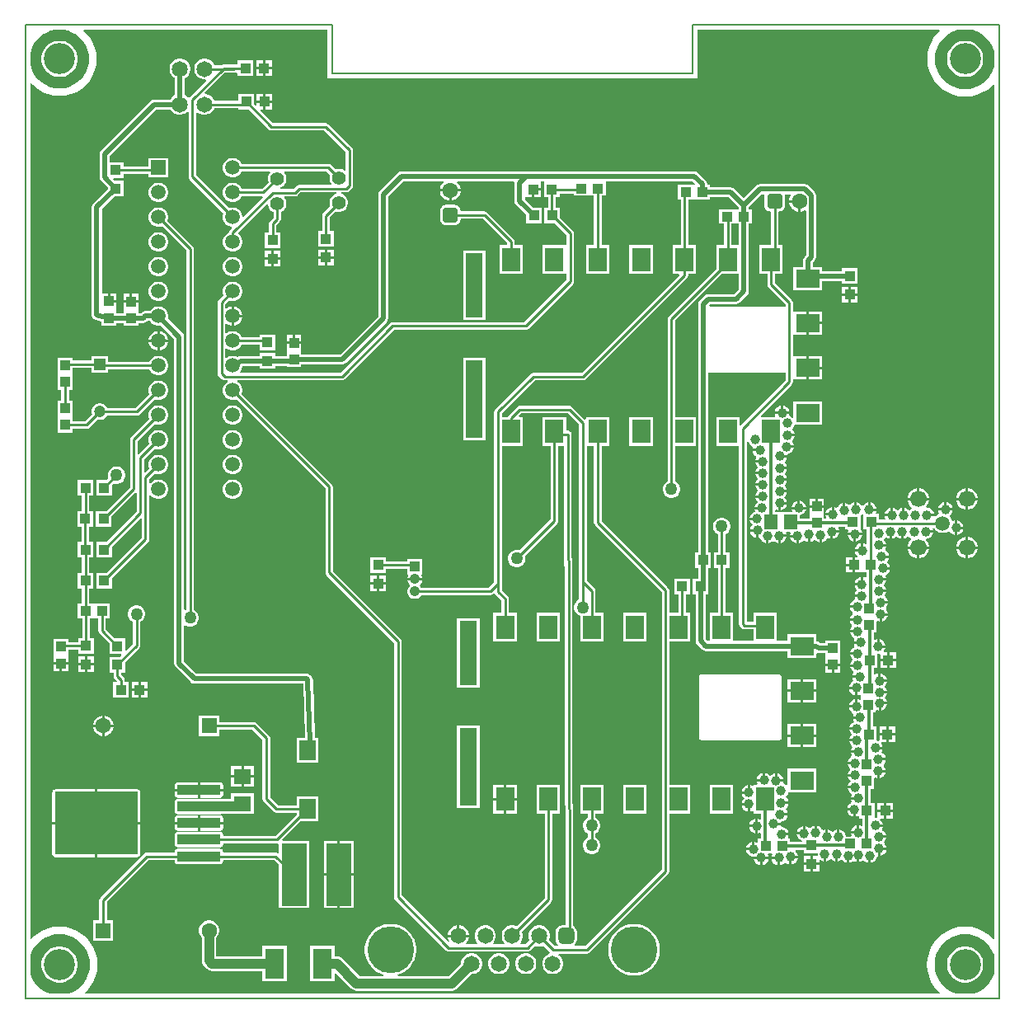
<source format=gtl>
G04*
G04 #@! TF.GenerationSoftware,Altium Limited,Altium Designer,23.6.0 (18)*
G04*
G04 Layer_Physical_Order=1*
G04 Layer_Color=255*
%FSLAX44Y44*%
%MOMM*%
G71*
G04*
G04 #@! TF.SameCoordinates,AADCE73A-F72B-4A01-A8B1-447CC9BFCAD9*
G04*
G04*
G04 #@! TF.FilePolarity,Positive*
G04*
G01*
G75*
%ADD10C,0.2000*%
%ADD16C,0.2540*%
%ADD17C,0.5000*%
%ADD19R,1.8000X8.0000*%
%ADD20R,1.8000X6.6000*%
%ADD21R,1.8800X2.4700*%
%ADD22R,2.4700X1.8800*%
%ADD23R,1.1000X1.1000*%
%ADD24R,1.1000X1.1000*%
%ADD25R,1.0000X1.1000*%
%ADD26R,1.1000X1.0000*%
%ADD27R,1.4000X1.5000*%
%ADD28R,1.8000X1.6000*%
%ADD29R,2.5500X6.4000*%
%ADD30R,1.9600X3.1500*%
%ADD31R,1.7000X2.0000*%
G04:AMPARAMS|DCode=32|XSize=6.45mm|YSize=8.5mm|CornerRadius=0.0645mm|HoleSize=0mm|Usage=FLASHONLY|Rotation=270.000|XOffset=0mm|YOffset=0mm|HoleType=Round|Shape=RoundedRectangle|*
%AMROUNDEDRECTD32*
21,1,6.4500,8.3710,0,0,270.0*
21,1,6.3210,8.5000,0,0,270.0*
1,1,0.1290,-4.1855,-3.1605*
1,1,0.1290,-4.1855,3.1605*
1,1,0.1290,4.1855,3.1605*
1,1,0.1290,4.1855,-3.1605*
%
%ADD32ROUNDEDRECTD32*%
G04:AMPARAMS|DCode=33|XSize=1.05mm|YSize=4.45mm|CornerRadius=0.0525mm|HoleSize=0mm|Usage=FLASHONLY|Rotation=270.000|XOffset=0mm|YOffset=0mm|HoleType=Round|Shape=RoundedRectangle|*
%AMROUNDEDRECTD33*
21,1,1.0500,4.3450,0,0,270.0*
21,1,0.9450,4.4500,0,0,270.0*
1,1,0.1050,-2.1725,-0.4725*
1,1,0.1050,-2.1725,0.4725*
1,1,0.1050,2.1725,0.4725*
1,1,0.1050,2.1725,-0.4725*
%
%ADD33ROUNDEDRECTD33*%
%ADD51C,1.6000*%
%ADD52R,1.6000X1.6000*%
%ADD67C,0.3400*%
%ADD68C,1.0000*%
%ADD69R,1.5000X1.5000*%
%ADD70C,1.5000*%
%ADD71C,1.6500*%
%ADD72C,1.4000*%
%ADD73C,4.8000*%
G04:AMPARAMS|DCode=74|XSize=1.65mm|YSize=1.65mm|CornerRadius=0.4125mm|HoleSize=0mm|Usage=FLASHONLY|Rotation=0.000|XOffset=0mm|YOffset=0mm|HoleType=Round|Shape=RoundedRectangle|*
%AMROUNDEDRECTD74*
21,1,1.6500,0.8250,0,0,0.0*
21,1,0.8250,1.6500,0,0,0.0*
1,1,0.8250,0.4125,-0.4125*
1,1,0.8250,-0.4125,-0.4125*
1,1,0.8250,-0.4125,0.4125*
1,1,0.8250,0.4125,0.4125*
%
%ADD74ROUNDEDRECTD74*%
%ADD75C,1.0500*%
%ADD76R,1.0500X1.0500*%
%ADD77C,1.2000*%
%ADD78R,1.2000X1.2000*%
G04:AMPARAMS|DCode=79|XSize=1.6mm|YSize=1.6mm|CornerRadius=0.4mm|HoleSize=0mm|Usage=FLASHONLY|Rotation=90.000|XOffset=0mm|YOffset=0mm|HoleType=Round|Shape=RoundedRectangle|*
%AMROUNDEDRECTD79*
21,1,1.6000,0.8000,0,0,90.0*
21,1,0.8000,1.6000,0,0,90.0*
1,1,0.8000,0.4000,0.4000*
1,1,0.8000,0.4000,-0.4000*
1,1,0.8000,-0.4000,-0.4000*
1,1,0.8000,-0.4000,0.4000*
%
%ADD79ROUNDEDRECTD79*%
G04:AMPARAMS|DCode=80|XSize=1.6mm|YSize=1.6mm|CornerRadius=0.4mm|HoleSize=0mm|Usage=FLASHONLY|Rotation=0.000|XOffset=0mm|YOffset=0mm|HoleType=Round|Shape=RoundedRectangle|*
%AMROUNDEDRECTD80*
21,1,1.6000,0.8000,0,0,0.0*
21,1,0.8000,1.6000,0,0,0.0*
1,1,0.8000,0.4000,-0.4000*
1,1,0.8000,-0.4000,-0.4000*
1,1,0.8000,-0.4000,0.4000*
1,1,0.8000,0.4000,0.4000*
%
%ADD80ROUNDEDRECTD80*%
%ADD81C,1.6970*%
%ADD82C,3.2000*%
%ADD83C,1.0000*%
%ADD84C,1.2700*%
G36*
X939093Y993809D02*
X937528Y992472D01*
X933569Y987836D01*
X930384Y982638D01*
X928051Y977006D01*
X926627Y971078D01*
X926149Y965000D01*
X926627Y958922D01*
X928051Y952994D01*
X930384Y947362D01*
X933569Y942164D01*
X937528Y937528D01*
X942164Y933569D01*
X947362Y930384D01*
X952994Y928051D01*
X958922Y926627D01*
X965000Y926149D01*
X971078Y926627D01*
X977006Y928051D01*
X982638Y930384D01*
X987836Y933569D01*
X992472Y937528D01*
X993809Y939093D01*
X995000Y938654D01*
Y61689D01*
X993809Y61249D01*
X992630Y62630D01*
X987967Y66612D01*
X982739Y69816D01*
X977075Y72162D01*
X971113Y73593D01*
X965000Y74074D01*
X958887Y73593D01*
X952925Y72162D01*
X947261Y69816D01*
X942033Y66612D01*
X937370Y62630D01*
X933388Y57967D01*
X930185Y52739D01*
X927838Y47075D01*
X926407Y41113D01*
X925926Y35000D01*
X926407Y28887D01*
X927838Y22925D01*
X930185Y17261D01*
X933388Y12033D01*
X937370Y7370D01*
X938751Y6191D01*
X938311Y5000D01*
X61689D01*
X61249Y6191D01*
X62630Y7370D01*
X66612Y12033D01*
X69816Y17261D01*
X72162Y22925D01*
X73593Y28887D01*
X74074Y35000D01*
X73593Y41113D01*
X72162Y47075D01*
X69816Y52739D01*
X66612Y57967D01*
X62630Y62630D01*
X57967Y66612D01*
X52739Y69816D01*
X47075Y72162D01*
X41113Y73593D01*
X35000Y74074D01*
X28887Y73593D01*
X22925Y72162D01*
X17261Y69816D01*
X12033Y66612D01*
X7370Y62630D01*
X6191Y61249D01*
X5000Y61689D01*
Y939787D01*
X6191Y940226D01*
X8050Y938050D01*
X12598Y934166D01*
X17697Y931041D01*
X23222Y928752D01*
X29038Y927356D01*
X35000Y926887D01*
X40962Y927356D01*
X46778Y928752D01*
X52303Y931041D01*
X57402Y934166D01*
X61950Y938050D01*
X65834Y942598D01*
X68959Y947697D01*
X71248Y953222D01*
X72644Y959038D01*
X73113Y965000D01*
X72644Y970962D01*
X71248Y976778D01*
X68959Y982303D01*
X65834Y987402D01*
X61950Y991950D01*
X59774Y993809D01*
X60213Y995000D01*
X310000D01*
Y945000D01*
X690000D01*
Y995000D01*
X938654D01*
X939093Y993809D01*
D02*
G37*
G36*
X39747Y994968D02*
X44376Y993857D01*
X48775Y992035D01*
X52835Y989547D01*
X56455Y986455D01*
X59547Y982835D01*
X62035Y978775D01*
X63857Y974376D01*
X64969Y969746D01*
X65342Y965000D01*
X64969Y960254D01*
X63857Y955624D01*
X62035Y951225D01*
X59547Y947165D01*
X56455Y943545D01*
X52835Y940453D01*
X48775Y937965D01*
X44376Y936143D01*
X39747Y935032D01*
X35000Y934658D01*
X30254Y935032D01*
X25624Y936143D01*
X21225Y937965D01*
X17165Y940453D01*
X13545Y943545D01*
X10453Y947165D01*
X7965Y951225D01*
X6143Y955624D01*
X5031Y960254D01*
X5000Y960654D01*
Y969346D01*
X5031Y969746D01*
X6143Y974376D01*
X7965Y978775D01*
X10453Y982835D01*
X13545Y986455D01*
X17165Y989547D01*
X21225Y992035D01*
X25624Y993857D01*
X30254Y994968D01*
X30654Y995000D01*
X39346D01*
X39747Y994968D01*
D02*
G37*
G36*
X974604Y994559D02*
X979110Y992692D01*
X983268Y990144D01*
X986977Y986977D01*
X990144Y983268D01*
X992692Y979110D01*
X994559Y974604D01*
X995000Y972767D01*
Y957233D01*
X994559Y955396D01*
X992692Y950890D01*
X990144Y946732D01*
X986977Y943023D01*
X983268Y939856D01*
X979110Y937308D01*
X974604Y935441D01*
X969862Y934303D01*
X965000Y933920D01*
X960138Y934303D01*
X955396Y935441D01*
X950890Y937308D01*
X946732Y939856D01*
X943023Y943023D01*
X939856Y946732D01*
X937308Y950890D01*
X935441Y955396D01*
X934303Y960138D01*
X933920Y965000D01*
X934303Y969862D01*
X935441Y974604D01*
X937308Y979110D01*
X939856Y983268D01*
X943023Y986977D01*
X946732Y990144D01*
X950890Y992692D01*
X955396Y994559D01*
X957233Y995000D01*
X972767D01*
X974604Y994559D01*
D02*
G37*
G36*
X969897Y65918D02*
X974673Y64771D01*
X979211Y62892D01*
X983400Y60325D01*
X987135Y57135D01*
X990325Y53400D01*
X992891Y49211D01*
X994771Y44673D01*
X995000Y43720D01*
Y26280D01*
X994771Y25327D01*
X992891Y20789D01*
X990325Y16600D01*
X987135Y12865D01*
X983400Y9675D01*
X979211Y7109D01*
X974673Y5229D01*
X973720Y5000D01*
X956280D01*
X955327Y5229D01*
X950789Y7109D01*
X946600Y9675D01*
X942865Y12865D01*
X939675Y16600D01*
X937109Y20789D01*
X935229Y25327D01*
X934082Y30103D01*
X933697Y35000D01*
X934082Y39897D01*
X935229Y44673D01*
X937109Y49211D01*
X939675Y53400D01*
X942865Y57135D01*
X946600Y60325D01*
X950789Y62892D01*
X955327Y64771D01*
X960103Y65918D01*
X965000Y66303D01*
X969897Y65918D01*
D02*
G37*
G36*
X39897D02*
X44673Y64771D01*
X49211Y62892D01*
X53400Y60325D01*
X57135Y57135D01*
X60325Y53400D01*
X62892Y49211D01*
X64771Y44673D01*
X65918Y39897D01*
X66303Y35000D01*
X65918Y30103D01*
X64771Y25327D01*
X62892Y20789D01*
X60325Y16600D01*
X57135Y12865D01*
X53400Y9675D01*
X49211Y7109D01*
X44673Y5229D01*
X43720Y5000D01*
X26280D01*
X25327Y5229D01*
X20789Y7109D01*
X16600Y9675D01*
X12865Y12865D01*
X9675Y16600D01*
X7109Y20789D01*
X5229Y25327D01*
X5000Y26280D01*
Y43720D01*
X5229Y44673D01*
X7109Y49211D01*
X9675Y53400D01*
X12865Y57135D01*
X16600Y60325D01*
X20789Y62892D01*
X25327Y64771D01*
X30103Y65918D01*
X35000Y66303D01*
X39897Y65918D01*
D02*
G37*
%LPC*%
G36*
X253240Y963640D02*
X246470D01*
Y956870D01*
X253240D01*
Y963640D01*
D02*
G37*
G36*
X243930D02*
X237160D01*
Y956870D01*
X243930D01*
Y963640D01*
D02*
G37*
G36*
X253240Y954330D02*
X246470D01*
Y947560D01*
X253240D01*
Y954330D01*
D02*
G37*
G36*
X243930D02*
X237160D01*
Y947560D01*
X243930D01*
Y954330D01*
D02*
G37*
G36*
X185621Y965590D02*
X182780D01*
X180035Y964855D01*
X177575Y963434D01*
X175566Y961425D01*
X174145Y958965D01*
X173410Y956220D01*
Y953379D01*
X174145Y950635D01*
X175566Y948175D01*
X177575Y946166D01*
X180035Y944745D01*
X182780Y944010D01*
X184958D01*
X185484Y942740D01*
X168649Y925905D01*
X168212Y925251D01*
X167726Y925127D01*
X166711Y925148D01*
X164925Y926934D01*
X163438Y927792D01*
Y945018D01*
X165425Y946166D01*
X167434Y948175D01*
X168855Y950635D01*
X169590Y953379D01*
Y956220D01*
X168855Y958965D01*
X167434Y961425D01*
X165425Y963434D01*
X162965Y964855D01*
X160221Y965590D01*
X157380D01*
X154635Y964855D01*
X152175Y963434D01*
X150166Y961425D01*
X148745Y958965D01*
X148010Y956220D01*
Y953379D01*
X148745Y950635D01*
X150166Y948175D01*
X152175Y946166D01*
X153161Y945596D01*
Y927792D01*
X151675Y926934D01*
X149666Y924925D01*
X148807Y923439D01*
X132299D01*
X130333Y923048D01*
X128666Y921934D01*
X77846Y871114D01*
X76732Y869447D01*
X76341Y867481D01*
Y843320D01*
X76732Y841354D01*
X77846Y839687D01*
X84760Y832773D01*
Y831227D01*
X69766Y816233D01*
X68652Y814566D01*
X68261Y812599D01*
Y702100D01*
X68339Y701706D01*
X68323Y701305D01*
X68533Y700732D01*
X68652Y700134D01*
X68875Y699800D01*
X69014Y699423D01*
X69427Y698974D01*
X69766Y698467D01*
X70100Y698244D01*
X70372Y697948D01*
X70926Y697692D01*
X71433Y697353D01*
X71827Y697274D01*
X72191Y697106D01*
X78260Y695637D01*
Y691060D01*
X93340D01*
Y693761D01*
X100760D01*
Y690860D01*
X115840D01*
Y693761D01*
X121358D01*
X123324Y694152D01*
X124992Y695266D01*
X125486Y695761D01*
X127974D01*
X128566Y694735D01*
X130435Y692866D01*
X132725Y691544D01*
X135278Y690860D01*
X137922D01*
X139066Y691167D01*
X152861Y677371D01*
Y344220D01*
X153252Y342253D01*
X154366Y340586D01*
X169142Y325810D01*
X169886Y325066D01*
X171553Y323952D01*
X173520Y323561D01*
X285159D01*
X287334Y268256D01*
X286454Y267340D01*
X278660D01*
Y242260D01*
X300740D01*
Y267340D01*
X297655D01*
X295292Y327455D01*
X295081Y328334D01*
X294904Y329220D01*
X294848Y329305D01*
X294823Y329405D01*
X294293Y330135D01*
X293790Y330887D01*
X292344Y332334D01*
X290676Y333448D01*
X288710Y333839D01*
X175648D01*
X163139Y346348D01*
Y382744D01*
X164409Y383477D01*
X165679Y382744D01*
X167940Y382138D01*
X170280D01*
X172541Y382744D01*
X174569Y383914D01*
X176224Y385569D01*
X177394Y387597D01*
X178000Y389858D01*
Y392198D01*
X177394Y394459D01*
X176224Y396487D01*
X174569Y398142D01*
X172995Y399050D01*
Y769990D01*
X172699Y771477D01*
X171857Y772737D01*
X145959Y798635D01*
X146640Y801178D01*
Y803822D01*
X145956Y806375D01*
X144634Y808665D01*
X142765Y810534D01*
X140475Y811856D01*
X137922Y812540D01*
X135278D01*
X132725Y811856D01*
X130435Y810534D01*
X128566Y808665D01*
X127244Y806375D01*
X126560Y803822D01*
Y801178D01*
X127244Y798625D01*
X128566Y796335D01*
X130435Y794466D01*
X132725Y793144D01*
X135278Y792460D01*
X137922D01*
X140465Y793141D01*
X165225Y768381D01*
Y399442D01*
X164223Y398863D01*
X163139Y399489D01*
Y679500D01*
X162748Y681466D01*
X161634Y683133D01*
X146333Y698434D01*
X146640Y699578D01*
Y702222D01*
X145956Y704775D01*
X144634Y707065D01*
X142765Y708934D01*
X140475Y710256D01*
X137922Y710940D01*
X135278D01*
X132725Y710256D01*
X130435Y708934D01*
X128566Y707065D01*
X127974Y706039D01*
X123358D01*
X121391Y705647D01*
X119724Y704533D01*
X119229Y704039D01*
X115840D01*
Y706590D01*
X115840Y706940D01*
Y707860D01*
X115840Y708210D01*
Y714630D01*
X100760D01*
Y708210D01*
X100760Y707860D01*
Y706940D01*
X100760Y706590D01*
Y704039D01*
X93340D01*
Y707140D01*
X93340D01*
Y708060D01*
X93340D01*
Y714830D01*
X85800D01*
Y716100D01*
X84530D01*
Y724140D01*
X78538D01*
Y810471D01*
X92028Y823960D01*
X100840D01*
Y840040D01*
X92028D01*
X90281Y841787D01*
X90767Y842960D01*
X100840D01*
Y847115D01*
X126560D01*
Y843260D01*
X146640D01*
Y863340D01*
X126560D01*
Y854885D01*
X100840D01*
Y859040D01*
X86619D01*
Y865352D01*
X134428Y913161D01*
X148807D01*
X149666Y911675D01*
X151675Y909666D01*
X154135Y908245D01*
X156879Y907510D01*
X159720D01*
X162465Y908245D01*
X164925Y909666D01*
X166241Y910982D01*
X167511Y910456D01*
Y843904D01*
X167807Y842417D01*
X168649Y841157D01*
X203442Y806365D01*
X202760Y803822D01*
Y801178D01*
X203444Y798625D01*
X204766Y796335D01*
X206635Y794466D01*
X208925Y793144D01*
X211478Y792460D01*
X211759D01*
X212245Y791287D01*
X210053Y789095D01*
X209211Y787835D01*
X208937Y786459D01*
X208925Y786456D01*
X206635Y785134D01*
X204766Y783265D01*
X203444Y780975D01*
X202760Y778422D01*
Y775778D01*
X203444Y773225D01*
X204766Y770935D01*
X206635Y769066D01*
X208925Y767744D01*
X211478Y767060D01*
X214122D01*
X216675Y767744D01*
X218965Y769066D01*
X220834Y770935D01*
X222156Y773225D01*
X222840Y775778D01*
Y778422D01*
X222156Y780975D01*
X220834Y783265D01*
X218965Y785134D01*
X218673Y785302D01*
X218507Y786562D01*
X247787Y815841D01*
X248391Y815591D01*
X248987Y815245D01*
X249610Y812918D01*
X250866Y810742D01*
X252642Y808966D01*
X254616Y807827D01*
Y802173D01*
X251353Y798911D01*
X250511Y797651D01*
X250215Y796164D01*
Y787040D01*
X246060D01*
Y770960D01*
X262140D01*
Y787040D01*
X257985D01*
Y794555D01*
X261247Y797818D01*
X262089Y799078D01*
X262385Y800564D01*
Y807827D01*
X264358Y808966D01*
X266134Y810742D01*
X267390Y812918D01*
X268040Y815344D01*
Y817856D01*
X267390Y820282D01*
X266134Y822458D01*
X265902Y822690D01*
X266388Y823863D01*
X276900D01*
X278387Y824159D01*
X279647Y825001D01*
X282479Y827833D01*
X319345D01*
X319512Y826563D01*
X318118Y826190D01*
X315942Y824934D01*
X314166Y823158D01*
X312910Y820982D01*
X312260Y818556D01*
Y816044D01*
X312850Y813843D01*
X305853Y806846D01*
X305011Y805586D01*
X304715Y804100D01*
Y788240D01*
X300560D01*
Y772160D01*
X316640D01*
Y788240D01*
X312484D01*
Y802490D01*
X318344Y808350D01*
X320544Y807760D01*
X323056D01*
X325482Y808410D01*
X327658Y809666D01*
X329434Y811442D01*
X330690Y813618D01*
X331340Y816044D01*
Y818556D01*
X330690Y820982D01*
X329434Y823158D01*
X327658Y824934D01*
X325482Y826190D01*
X324088Y826563D01*
X324255Y827833D01*
X329384D01*
X330871Y828129D01*
X332131Y828971D01*
X335433Y832273D01*
X336275Y833533D01*
X336571Y835020D01*
Y871088D01*
X336275Y872575D01*
X335433Y873835D01*
X311303Y897965D01*
X310043Y898807D01*
X308556Y899103D01*
X254291D01*
X241407Y911987D01*
X241893Y913160D01*
X244430D01*
Y919930D01*
X237660D01*
Y917393D01*
X236487Y916907D01*
X234740Y918654D01*
Y929240D01*
X218660D01*
Y922185D01*
X193829D01*
X193755Y922465D01*
X192334Y924925D01*
X190325Y926934D01*
X187864Y928355D01*
X185120Y929090D01*
X184481D01*
X183995Y930263D01*
X204702Y950970D01*
X217247Y951404D01*
X218160Y950521D01*
Y947560D01*
X234240D01*
Y963640D01*
X218160D01*
Y959484D01*
X203838D01*
X202351Y959189D01*
X201596Y958684D01*
X194330D01*
X194255Y958965D01*
X192834Y961425D01*
X190825Y963434D01*
X188365Y964855D01*
X185621Y965590D01*
D02*
G37*
G36*
X253740Y929240D02*
X246970D01*
Y922470D01*
X253740D01*
Y929240D01*
D02*
G37*
G36*
X244430D02*
X237660D01*
Y922470D01*
X244430D01*
Y929240D01*
D02*
G37*
G36*
X253740Y919930D02*
X246970D01*
Y913160D01*
X253740D01*
Y919930D01*
D02*
G37*
G36*
X137922Y837940D02*
X135278D01*
X132725Y837256D01*
X130435Y835934D01*
X128566Y834065D01*
X127244Y831775D01*
X126560Y829222D01*
Y826578D01*
X127244Y824025D01*
X128566Y821735D01*
X130435Y819866D01*
X132725Y818544D01*
X135278Y817860D01*
X137922D01*
X140475Y818544D01*
X142765Y819866D01*
X144634Y821735D01*
X145956Y824025D01*
X146640Y826578D01*
Y829222D01*
X145956Y831775D01*
X144634Y834065D01*
X142765Y835934D01*
X140475Y837256D01*
X137922Y837940D01*
D02*
G37*
G36*
X793630Y817530D02*
X784360D01*
Y817412D01*
X785078Y814732D01*
X786466Y812328D01*
X788428Y810366D01*
X790832Y808978D01*
X793512Y808260D01*
X793630D01*
Y817530D01*
D02*
G37*
G36*
X137922Y787140D02*
X135278D01*
X132725Y786456D01*
X130435Y785134D01*
X128566Y783265D01*
X127244Y780975D01*
X126560Y778422D01*
Y775778D01*
X127244Y773225D01*
X128566Y770935D01*
X130435Y769066D01*
X132725Y767744D01*
X135278Y767060D01*
X137922D01*
X140475Y767744D01*
X142765Y769066D01*
X144634Y770935D01*
X145956Y773225D01*
X146640Y775778D01*
Y778422D01*
X145956Y780975D01*
X144634Y783265D01*
X142765Y785134D01*
X140475Y786456D01*
X137922Y787140D01*
D02*
G37*
G36*
X316640Y769240D02*
X309870D01*
Y762470D01*
X316640D01*
Y769240D01*
D02*
G37*
G36*
X307330D02*
X300560D01*
Y762470D01*
X307330D01*
Y769240D01*
D02*
G37*
G36*
X262140Y768040D02*
X255370D01*
Y761270D01*
X262140D01*
Y768040D01*
D02*
G37*
G36*
X252830D02*
X246060D01*
Y761270D01*
X252830D01*
Y768040D01*
D02*
G37*
G36*
X316640Y759930D02*
X309870D01*
Y753160D01*
X316640D01*
Y759930D01*
D02*
G37*
G36*
X307330D02*
X300560D01*
Y753160D01*
X307330D01*
Y759930D01*
D02*
G37*
G36*
X262140Y758730D02*
X255370D01*
Y751960D01*
X262140D01*
Y758730D01*
D02*
G37*
G36*
X252830D02*
X246060D01*
Y751960D01*
X252830D01*
Y758730D01*
D02*
G37*
G36*
X214122Y761740D02*
X211478D01*
X208925Y761056D01*
X206635Y759734D01*
X204766Y757865D01*
X203444Y755575D01*
X202760Y753022D01*
Y750378D01*
X203444Y747825D01*
X204766Y745535D01*
X206635Y743666D01*
X208925Y742344D01*
X211478Y741660D01*
X214122D01*
X216675Y742344D01*
X218965Y743666D01*
X220834Y745535D01*
X222156Y747825D01*
X222840Y750378D01*
Y753022D01*
X222156Y755575D01*
X220834Y757865D01*
X218965Y759734D01*
X216675Y761056D01*
X214122Y761740D01*
D02*
G37*
G36*
X137922D02*
X135278D01*
X132725Y761056D01*
X130435Y759734D01*
X128566Y757865D01*
X127244Y755575D01*
X126560Y753022D01*
Y750378D01*
X127244Y747825D01*
X128566Y745535D01*
X130435Y743666D01*
X132725Y742344D01*
X135278Y741660D01*
X137922D01*
X140475Y742344D01*
X142765Y743666D01*
X144634Y745535D01*
X145956Y747825D01*
X146640Y750378D01*
Y753022D01*
X145956Y755575D01*
X144634Y757865D01*
X142765Y759734D01*
X140475Y761056D01*
X137922Y761740D01*
D02*
G37*
G36*
X686762Y849811D02*
X386280D01*
X384314Y849420D01*
X382646Y848306D01*
X363850Y829510D01*
X362736Y827842D01*
X362345Y825876D01*
Y700539D01*
X323446Y661639D01*
X283340D01*
Y664190D01*
X283340Y664540D01*
Y665460D01*
X283340Y665810D01*
Y672230D01*
X275800D01*
X268260D01*
Y665810D01*
X268260Y665460D01*
Y664540D01*
X268260Y664190D01*
Y660139D01*
X256540D01*
Y663040D01*
X240460D01*
Y660139D01*
X221072D01*
X219105Y659748D01*
X217745Y658838D01*
X216675Y659456D01*
X214122Y660140D01*
X211478D01*
X208925Y659456D01*
X206635Y658134D01*
X206426Y657924D01*
X205253Y658410D01*
Y667189D01*
X206426Y667675D01*
X206635Y667466D01*
X208925Y666144D01*
X211478Y665460D01*
X214122D01*
X216675Y666144D01*
X218965Y667466D01*
X220834Y669335D01*
X222150Y671615D01*
X240460D01*
Y665960D01*
X256540D01*
Y682040D01*
X240460D01*
Y679385D01*
X222150D01*
X220834Y681665D01*
X218965Y683534D01*
X216675Y684856D01*
X214122Y685540D01*
X211478D01*
X208925Y684856D01*
X206635Y683534D01*
X206426Y683325D01*
X205253Y683811D01*
Y692589D01*
X206426Y693075D01*
X206635Y692866D01*
X208925Y691544D01*
X211478Y690860D01*
X211530D01*
Y700900D01*
Y710940D01*
X211478D01*
X208925Y710256D01*
X206635Y708934D01*
X206426Y708725D01*
X205253Y709211D01*
Y713259D01*
X208935Y716941D01*
X211478Y716260D01*
X214122D01*
X216675Y716944D01*
X218965Y718266D01*
X220834Y720135D01*
X222156Y722425D01*
X222840Y724978D01*
Y727622D01*
X222156Y730175D01*
X220834Y732465D01*
X218965Y734334D01*
X216675Y735656D01*
X214122Y736340D01*
X211478D01*
X208925Y735656D01*
X206635Y734334D01*
X204766Y732465D01*
X203444Y730175D01*
X202760Y727622D01*
Y724978D01*
X203442Y722435D01*
X198621Y717615D01*
X197779Y716354D01*
X197483Y714868D01*
Y641980D01*
X197779Y640493D01*
X198621Y639233D01*
X201923Y635931D01*
X203183Y635089D01*
X204670Y634793D01*
X207662D01*
X208003Y633523D01*
X206635Y632734D01*
X204766Y630865D01*
X203444Y628575D01*
X202760Y626022D01*
Y623378D01*
X203444Y620825D01*
X204766Y618535D01*
X206635Y616666D01*
X208925Y615344D01*
X211478Y614660D01*
X214122D01*
X216665Y615341D01*
X307973Y524033D01*
Y437510D01*
X308269Y436023D01*
X309111Y434763D01*
X378585Y365289D01*
Y104516D01*
X378881Y103029D01*
X379723Y101769D01*
X432047Y49445D01*
X433307Y48603D01*
X434794Y48307D01*
X515482D01*
X516968Y48603D01*
X518228Y49445D01*
X523274Y54491D01*
X523525Y54346D01*
X526269Y53610D01*
X529110D01*
X531855Y54346D01*
X532106Y54491D01*
X538836Y47761D01*
X538603Y46384D01*
X537375Y46055D01*
X534915Y44634D01*
X532906Y42625D01*
X531485Y40165D01*
X530750Y37420D01*
Y34580D01*
X531485Y31835D01*
X532906Y29375D01*
X534915Y27366D01*
X537375Y25945D01*
X540120Y25210D01*
X542961D01*
X545705Y25945D01*
X548165Y27366D01*
X550174Y29375D01*
X551595Y31835D01*
X552330Y34580D01*
Y37420D01*
X551595Y40165D01*
X550174Y42625D01*
X548165Y44634D01*
X547522Y45005D01*
X547863Y46275D01*
X577034D01*
X578521Y46571D01*
X579781Y47413D01*
X660045Y127677D01*
X660887Y128937D01*
X661183Y130424D01*
Y189960D01*
X682540D01*
Y219740D01*
X661183D01*
Y366460D01*
X682540D01*
Y396240D01*
X678185D01*
Y415360D01*
X682340D01*
Y431440D01*
X666260D01*
Y415360D01*
X670416D01*
Y396240D01*
X661183D01*
Y419476D01*
X660887Y420963D01*
X660045Y422223D01*
X591685Y490583D01*
Y567510D01*
X599740D01*
Y597290D01*
X575860D01*
Y595326D01*
X574590Y594800D01*
X561747Y607643D01*
X560487Y608485D01*
X559000Y608781D01*
X507436D01*
X505949Y608485D01*
X504689Y607643D01*
X496053Y599007D01*
X495211Y597747D01*
X495120Y597290D01*
X489225D01*
Y601001D01*
X523017Y634793D01*
X572914D01*
X574401Y635089D01*
X575661Y635931D01*
X679547Y739817D01*
X680389Y741077D01*
X680685Y742564D01*
Y744010D01*
X688740D01*
Y773790D01*
X680685D01*
Y820460D01*
X685790D01*
X686140Y820460D01*
X687060D01*
X687410Y820460D01*
X703140D01*
Y822861D01*
X722272D01*
X732561Y812571D01*
Y810740D01*
X729660D01*
Y810740D01*
X728740D01*
Y810740D01*
X712660D01*
Y795660D01*
X717415D01*
Y773790D01*
X709360D01*
Y749504D01*
X660647Y700791D01*
X659805Y699530D01*
X659509Y698044D01*
Y531122D01*
X657935Y530214D01*
X656280Y528559D01*
X655110Y526531D01*
X654504Y524270D01*
Y521930D01*
X655110Y519669D01*
X656280Y517641D01*
X657935Y515986D01*
X659963Y514816D01*
X662224Y514210D01*
X664564D01*
X666825Y514816D01*
X668853Y515986D01*
X670508Y517641D01*
X671678Y519669D01*
X672284Y521930D01*
Y524270D01*
X671678Y526531D01*
X670508Y528559D01*
X668853Y530214D01*
X667279Y531122D01*
Y567510D01*
X688740D01*
Y597290D01*
X667279D01*
Y696435D01*
X714854Y744010D01*
X732561D01*
Y728575D01*
X727553Y723567D01*
X701228D01*
X699261Y723176D01*
X697594Y722061D01*
X692266Y716734D01*
X691152Y715067D01*
X690761Y713100D01*
Y458440D01*
X687860D01*
Y442360D01*
X690761D01*
Y431440D01*
X685260D01*
Y415360D01*
X688161D01*
Y367472D01*
X688552Y365505D01*
X689666Y363838D01*
X695038Y358466D01*
X696705Y357352D01*
X698672Y356961D01*
X782460D01*
Y350160D01*
X812240D01*
Y353773D01*
X813510Y354815D01*
X814284Y354661D01*
X821560D01*
Y352110D01*
X821560Y351760D01*
Y350840D01*
X821560Y350490D01*
Y344070D01*
X829100D01*
X836640D01*
Y350490D01*
X836640Y350840D01*
Y351760D01*
X836640Y352110D01*
Y367840D01*
X821560D01*
Y364939D01*
X816412D01*
X815618Y365734D01*
X813951Y366847D01*
X812240Y367188D01*
Y374040D01*
X782460D01*
Y367239D01*
X771540D01*
Y396240D01*
X747660D01*
Y387039D01*
X740685D01*
Y572650D01*
X741955Y572817D01*
X742314Y571477D01*
X743306Y569758D01*
X744710Y568354D01*
X746430Y567361D01*
X746459Y567353D01*
X747025Y565887D01*
X746698Y564670D01*
X754164D01*
Y562130D01*
X746698D01*
X747138Y560489D01*
X748131Y558770D01*
X749534Y557366D01*
X749996Y557100D01*
X750432Y555434D01*
X749980Y554652D01*
X749541Y553011D01*
X757007D01*
Y550471D01*
X749541D01*
X749980Y548831D01*
X750973Y547112D01*
X752343Y545741D01*
X750973Y544371D01*
X749980Y542652D01*
X749541Y541011D01*
X757007D01*
Y538471D01*
X749541D01*
X749980Y536831D01*
X750973Y535112D01*
X752343Y533741D01*
X750973Y532371D01*
X749980Y530652D01*
X749541Y529011D01*
X757007D01*
Y526471D01*
X749541D01*
X749980Y524831D01*
X750973Y523112D01*
X752343Y521741D01*
X750973Y520371D01*
X749980Y518652D01*
X749541Y517011D01*
X757007D01*
Y514471D01*
X749541D01*
X749980Y512831D01*
X750973Y511112D01*
X751736Y510348D01*
X751664Y509796D01*
X750260Y508392D01*
X749267Y506673D01*
X748828Y505032D01*
X756293D01*
Y502492D01*
X748828D01*
X749267Y500852D01*
X748876Y499907D01*
X748529Y499814D01*
X746810Y498821D01*
X745406Y497417D01*
X744413Y495698D01*
X743974Y494058D01*
X751440D01*
Y491518D01*
X743974D01*
X744413Y489878D01*
X745406Y488158D01*
X746810Y486754D01*
X746822Y486662D01*
X745579Y485419D01*
X744586Y483699D01*
X744146Y482059D01*
X751612D01*
Y480789D01*
X752882D01*
Y473323D01*
X753491Y473487D01*
X754983Y472637D01*
X755119Y472129D01*
X756112Y470410D01*
X757515Y469006D01*
X759235Y468013D01*
X760875Y467574D01*
Y475039D01*
X763415D01*
Y467574D01*
X765055Y468013D01*
X766775Y469006D01*
X767354Y469585D01*
X769120Y469616D01*
X769513Y469222D01*
X771233Y468230D01*
X772873Y467790D01*
Y475256D01*
X774143D01*
Y476526D01*
X781609D01*
X781169Y478166D01*
X781000Y478460D01*
X781635Y479560D01*
X785374D01*
X786009Y478460D01*
X785734Y477984D01*
X785294Y476344D01*
X792760D01*
Y475074D01*
X794030D01*
Y467608D01*
X795670Y468047D01*
X797390Y469040D01*
X798793Y470444D01*
X798795Y470447D01*
X799187Y470498D01*
X800273Y470467D01*
X801747Y469616D01*
X803387Y469177D01*
Y476642D01*
X805927D01*
Y469177D01*
X807567Y469616D01*
X809287Y470609D01*
X810059Y471381D01*
X810603Y471310D01*
X812007Y469906D01*
X813726Y468913D01*
X815366Y468474D01*
Y475940D01*
X817906D01*
Y468474D01*
X819547Y468913D01*
X821266Y469906D01*
X822670Y471310D01*
X823241Y472298D01*
X824823Y472852D01*
X825120Y472680D01*
X826760Y472241D01*
Y479706D01*
X828030D01*
Y480976D01*
X835496D01*
X835056Y482617D01*
X834790Y483077D01*
X835425Y484177D01*
X841760D01*
Y481560D01*
X844511D01*
X845146Y480460D01*
X844851Y479950D01*
X844411Y478309D01*
X859343D01*
X858903Y479950D01*
X857911Y481669D01*
X857840Y481740D01*
Y496686D01*
X858684Y497531D01*
X858715Y497582D01*
X860124Y497692D01*
X860760Y496996D01*
Y481560D01*
X863915D01*
Y467677D01*
X862815Y467042D01*
X862275Y467353D01*
X860635Y467793D01*
Y460327D01*
X859365D01*
Y459057D01*
X851899D01*
X852339Y457417D01*
X853331Y455698D01*
X854719Y454310D01*
X854718Y454234D01*
X854367Y453040D01*
X852070D01*
Y445500D01*
Y437960D01*
X858840D01*
Y437960D01*
X859760D01*
Y437960D01*
X863477D01*
Y432836D01*
X862377Y432201D01*
X861917Y432467D01*
X860276Y432906D01*
Y425441D01*
X859006D01*
Y424171D01*
X851541D01*
X851980Y422530D01*
X852973Y420811D01*
X854343Y419441D01*
X852973Y418070D01*
X851980Y416351D01*
X851541Y414711D01*
X859006D01*
Y412171D01*
X851541D01*
X851877Y410916D01*
X851378Y409584D01*
X851183Y409370D01*
X849610Y408461D01*
X848206Y407058D01*
X847213Y405338D01*
X846774Y403698D01*
X854240D01*
Y401158D01*
X846774D01*
X847213Y399518D01*
X848206Y397798D01*
X849499Y396505D01*
X849629Y395805D01*
Y395692D01*
X849499Y394992D01*
X848206Y393699D01*
X847213Y391979D01*
X846774Y390339D01*
X854240D01*
Y387799D01*
X846774D01*
X847213Y386159D01*
X848206Y384439D01*
X848772Y383874D01*
X848796Y382102D01*
X848394Y381700D01*
X847402Y379981D01*
X846962Y378340D01*
X854428D01*
Y375801D01*
X846962D01*
X847402Y374160D01*
X848394Y372441D01*
X849798Y371037D01*
X850794Y370462D01*
X851348Y368883D01*
X851180Y368591D01*
X850741Y366951D01*
X858206D01*
Y364411D01*
X850741D01*
X851180Y362771D01*
X851391Y362405D01*
X850862Y360782D01*
X849972Y360268D01*
X848569Y358865D01*
X847576Y357145D01*
X847136Y355505D01*
X854602D01*
Y352965D01*
X847136D01*
X847576Y351325D01*
X848569Y349605D01*
X849821Y348353D01*
X849810Y348270D01*
X848406Y346866D01*
X847413Y345146D01*
X846974Y343506D01*
X854439D01*
Y340966D01*
X846974D01*
X847413Y339326D01*
X848406Y337606D01*
X849810Y336203D01*
X850083Y336045D01*
X850455Y334534D01*
X849791Y333384D01*
X849351Y331744D01*
X856817D01*
Y329204D01*
X849351D01*
X849791Y327564D01*
X850032Y327146D01*
X849521Y325490D01*
X848710Y325022D01*
X847306Y323618D01*
X846314Y321899D01*
X845874Y320259D01*
X853340D01*
Y318989D01*
X854610D01*
Y311523D01*
X856250Y311963D01*
X857592Y311414D01*
X857860Y310860D01*
Y309940D01*
X857860D01*
Y307455D01*
X856760Y306820D01*
X856250Y307115D01*
X854610Y307554D01*
Y300088D01*
X853340D01*
Y298818D01*
X845874D01*
X846314Y297178D01*
X847306Y295459D01*
X848710Y294055D01*
X849819Y293415D01*
X850401Y291882D01*
X850280Y291673D01*
X849841Y290033D01*
X857307D01*
Y287493D01*
X849841D01*
X850280Y285853D01*
X850883Y284810D01*
X850701Y284372D01*
X848982Y283379D01*
X847578Y281976D01*
X846586Y280256D01*
X846146Y278616D01*
X853612D01*
Y276076D01*
X846146D01*
X846586Y274436D01*
X847578Y272716D01*
X848942Y271352D01*
X847566Y269976D01*
X846573Y268256D01*
X846134Y266616D01*
X853600D01*
Y264076D01*
X846134D01*
X846573Y262436D01*
X847566Y260716D01*
X848788Y259495D01*
X849112Y258549D01*
X849173Y258084D01*
X848180Y256364D01*
X847741Y254724D01*
X855207D01*
Y252184D01*
X847741D01*
X848180Y250544D01*
X848469Y250043D01*
X847990Y248333D01*
X847310Y247941D01*
X845906Y246537D01*
X844914Y244818D01*
X844474Y243177D01*
X851940D01*
Y240637D01*
X844474D01*
X844914Y238997D01*
X845906Y237278D01*
X846730Y236453D01*
X847206Y235665D01*
X846742Y234735D01*
X845977Y233971D01*
X844985Y232251D01*
X844545Y230611D01*
X852011D01*
Y228071D01*
X844545D01*
X844985Y226430D01*
X845977Y224711D01*
X847342Y223346D01*
X845967Y221971D01*
X844974Y220251D01*
X844535Y218611D01*
X852000D01*
Y216071D01*
X844535D01*
X844974Y214431D01*
X845967Y212711D01*
X847371Y211307D01*
X848012Y210937D01*
X848483Y209211D01*
X848180Y208687D01*
X847741Y207047D01*
X855207D01*
Y204507D01*
X847741D01*
X848180Y202867D01*
X848352Y202570D01*
X847799Y200988D01*
X846810Y200417D01*
X845406Y199013D01*
X844414Y197294D01*
X843974Y195654D01*
X851440D01*
Y194384D01*
X852710D01*
Y186918D01*
X854350Y187357D01*
X854860Y187652D01*
X855960Y187017D01*
Y184860D01*
X859777D01*
Y178093D01*
X858677Y177458D01*
X858217Y177723D01*
X856577Y178163D01*
Y170697D01*
X855306D01*
Y169427D01*
X847841D01*
X848280Y167787D01*
X848365Y167640D01*
X847730Y166540D01*
X842440D01*
Y167186D01*
X841927Y169104D01*
X840934Y170823D01*
X839530Y172227D01*
X837811Y173220D01*
X836171Y173659D01*
Y166194D01*
X833631D01*
Y173659D01*
X831990Y173220D01*
X830271Y172227D01*
X828901Y170857D01*
X827530Y172227D01*
X825811Y173220D01*
X824171Y173659D01*
Y166194D01*
X821630D01*
Y173659D01*
X819990Y173220D01*
X819693Y173048D01*
X818111Y173601D01*
X817541Y174590D01*
X816137Y175994D01*
X814417Y176986D01*
X812777Y177426D01*
Y169960D01*
X810237D01*
Y177426D01*
X808597Y176986D01*
X806877Y175994D01*
X806213Y175330D01*
X804483Y175264D01*
X804143Y175604D01*
X802424Y176597D01*
X800783Y177036D01*
Y169571D01*
X799513D01*
Y168301D01*
X792048D01*
X792487Y166660D01*
X793480Y164941D01*
X794884Y163537D01*
X796603Y162544D01*
X797542Y162293D01*
X797375Y161023D01*
X785140D01*
Y164240D01*
X783668D01*
X783033Y165340D01*
X783327Y165850D01*
X783767Y167490D01*
X776301D01*
Y170030D01*
X783767D01*
X783327Y171670D01*
X782335Y173390D01*
X780931Y174794D01*
X779212Y175786D01*
X777294Y176300D01*
X776687D01*
X775713Y177570D01*
X775859Y178118D01*
X768394D01*
Y180658D01*
X775947D01*
X776848Y181877D01*
X778141Y182223D01*
X779860Y183216D01*
X781264Y184620D01*
X782257Y186339D01*
X782696Y187980D01*
X775230D01*
Y190520D01*
X782696D01*
X782257Y192160D01*
X781264Y193879D01*
X780605Y194539D01*
X780690Y195187D01*
X782094Y196591D01*
X783087Y198311D01*
X783526Y199951D01*
X776060D01*
Y202491D01*
X783526D01*
X783087Y204131D01*
X782094Y205851D01*
X780724Y207221D01*
X782094Y208591D01*
X783087Y210311D01*
X783582Y212160D01*
X812240D01*
Y236040D01*
X782460D01*
Y219281D01*
X781190Y218755D01*
X780690Y219254D01*
X778971Y220247D01*
X778722Y220314D01*
X778042Y221811D01*
X778293Y222750D01*
X770827D01*
Y224020D01*
X769557D01*
Y231486D01*
X767917Y231046D01*
X766198Y230053D01*
X765591Y229447D01*
X764494Y228913D01*
X763897Y229440D01*
X763043Y230294D01*
X761323Y231287D01*
X759683Y231726D01*
Y224260D01*
X758413D01*
Y222990D01*
X750947D01*
X751387Y221350D01*
X751681Y220840D01*
X751046Y219740D01*
X747660D01*
Y218993D01*
X746560Y218358D01*
X746050Y218652D01*
X744410Y219092D01*
Y211626D01*
X743140D01*
Y210356D01*
X735674D01*
X736114Y208716D01*
X737106Y206996D01*
X738476Y205626D01*
X737106Y204256D01*
X736114Y202536D01*
X735674Y200896D01*
X743140D01*
Y199626D01*
X744410D01*
Y192160D01*
X746050Y192600D01*
X746560Y192894D01*
X747660Y192259D01*
Y189960D01*
X755277D01*
Y184663D01*
X754177Y184028D01*
X753717Y184294D01*
X752076Y184733D01*
Y177267D01*
Y169802D01*
X753717Y170241D01*
X754177Y170507D01*
X755277Y169872D01*
Y164240D01*
X752060D01*
Y160880D01*
X750960Y160245D01*
X750450Y160539D01*
X748810Y160979D01*
Y153513D01*
X747540D01*
Y152243D01*
X740074D01*
X740513Y150603D01*
X741506Y148883D01*
X742910Y147480D01*
X744629Y146487D01*
X746547Y145973D01*
X747816D01*
X747865Y145909D01*
X763083D01*
X762644Y147550D01*
X762349Y148060D01*
X762984Y149160D01*
X766335D01*
X766970Y148060D01*
X766676Y147550D01*
X766236Y145909D01*
X773702D01*
Y144639D01*
X774972D01*
Y137174D01*
X776612Y137613D01*
X778331Y138606D01*
X779735Y140010D01*
X780325Y140087D01*
X781048Y139364D01*
X782767Y138372D01*
X784408Y137932D01*
Y145398D01*
X785678D01*
Y146668D01*
X793143D01*
X792704Y148308D01*
X791711Y150028D01*
X790632Y151107D01*
X791091Y152377D01*
X799160D01*
Y149360D01*
X813430D01*
Y147613D01*
X813475Y147448D01*
X812701Y146440D01*
X808470D01*
Y139670D01*
X815240D01*
Y142079D01*
X816510Y142475D01*
X818060Y141580D01*
X819700Y141140D01*
Y148606D01*
X822240D01*
Y141140D01*
X823880Y141580D01*
X825600Y142573D01*
X826970Y143943D01*
X828341Y142573D01*
X830060Y141580D01*
X831700Y141140D01*
Y148606D01*
X834240D01*
Y141140D01*
X835881Y141580D01*
X837600Y142573D01*
X838116Y142505D01*
X838977Y142154D01*
X840224Y140906D01*
X841944Y139914D01*
X843584Y139474D01*
Y146940D01*
X846124D01*
Y139474D01*
X847764Y139914D01*
X849483Y140906D01*
X850455Y141878D01*
X850510Y141823D01*
X852230Y140830D01*
X853870Y140391D01*
Y147857D01*
X856410D01*
Y140391D01*
X858050Y140830D01*
X859770Y141823D01*
X859935Y141988D01*
X861433Y141949D01*
X862475Y140906D01*
X864195Y139914D01*
X865835Y139474D01*
Y146940D01*
X868375D01*
Y139474D01*
X870015Y139914D01*
X871735Y140906D01*
X873139Y142310D01*
X874131Y144029D01*
X874645Y145947D01*
X875391Y146519D01*
Y154199D01*
X876661D01*
Y155469D01*
X884126D01*
X883687Y157109D01*
X882694Y158828D01*
X882029Y159493D01*
X881963Y161223D01*
X882302Y161562D01*
X883295Y163282D01*
X883735Y164922D01*
X876269D01*
Y167462D01*
X883735D01*
X883295Y169102D01*
X882302Y170822D01*
X880899Y172226D01*
X880151Y172657D01*
X879656Y174339D01*
X879920Y174797D01*
X880360Y176438D01*
X872894D01*
Y178978D01*
X880360D01*
X879920Y180618D01*
X878927Y182337D01*
X877675Y183590D01*
X877781Y184219D01*
X878126Y184860D01*
X881730D01*
Y191630D01*
X874960D01*
Y186003D01*
X873952Y185230D01*
X873887Y185248D01*
X872040D01*
Y200940D01*
X868323D01*
Y215260D01*
X871540D01*
Y226388D01*
X872640Y227023D01*
X873022Y226802D01*
X874663Y226363D01*
Y233828D01*
X875933D01*
Y235098D01*
X883398D01*
X882959Y236739D01*
X881966Y238458D01*
X881544Y238880D01*
X881547Y240655D01*
X882090Y241198D01*
X883083Y242917D01*
X883522Y244558D01*
X876057D01*
Y247098D01*
X883522D01*
X883083Y248738D01*
X882090Y250457D01*
X880686Y251861D01*
X878967Y252854D01*
X878935Y252932D01*
X879820Y254465D01*
X880259Y256105D01*
X872794D01*
Y258645D01*
X880259D01*
X879820Y260286D01*
X878827Y262005D01*
X878746Y262087D01*
X879232Y263260D01*
X883830D01*
Y270030D01*
X877060D01*
Y264889D01*
X875960Y264254D01*
X875704Y264402D01*
X874140Y264821D01*
Y279340D01*
X870423D01*
Y293860D01*
X872940D01*
Y296054D01*
X874040Y296689D01*
X874550Y296395D01*
X876191Y295955D01*
Y303421D01*
X877461D01*
Y304691D01*
X884926D01*
X884487Y306331D01*
X883494Y308050D01*
X882619Y308926D01*
X883494Y309801D01*
X884487Y311520D01*
X884926Y313160D01*
X877461D01*
Y315700D01*
X884926D01*
X884487Y317341D01*
X883494Y319060D01*
X882090Y320464D01*
X882061Y320686D01*
X883171Y321796D01*
X884164Y323516D01*
X884603Y325156D01*
X877138D01*
Y326426D01*
X875868D01*
Y333892D01*
X874227Y333452D01*
X872593Y332509D01*
X871926Y332684D01*
X871323Y332934D01*
Y339460D01*
X875040D01*
Y354155D01*
X876786D01*
X876953Y354199D01*
X877960Y353426D01*
Y348770D01*
X884730D01*
Y355540D01*
X882098D01*
X881572Y356810D01*
X881827Y357065D01*
X882820Y358784D01*
X883259Y360425D01*
X875794D01*
Y361695D01*
X874524D01*
Y369160D01*
X872883Y368721D01*
X872423Y368455D01*
X871323Y369090D01*
Y375960D01*
X873840D01*
Y387312D01*
X874940Y387947D01*
X875349Y387710D01*
X876990Y387271D01*
Y394736D01*
X878260D01*
Y396006D01*
X885725D01*
X885286Y397647D01*
X884293Y399366D01*
X883855Y399804D01*
X883855Y401599D01*
X884363Y402106D01*
X885355Y403826D01*
X885795Y405466D01*
X878329D01*
Y408006D01*
X885795D01*
X885355Y409646D01*
X884363Y411366D01*
X882959Y412770D01*
X882821Y414316D01*
X883620Y415700D01*
X884059Y417340D01*
X876594D01*
Y419880D01*
X884059D01*
X883620Y421520D01*
X882627Y423240D01*
X881257Y424610D01*
X882627Y425980D01*
X883620Y427700D01*
X884059Y429340D01*
X876594D01*
Y431880D01*
X884059D01*
X883620Y433520D01*
X883448Y433817D01*
X884001Y435399D01*
X884990Y435970D01*
X886394Y437374D01*
X887386Y439093D01*
X887826Y440733D01*
X880360D01*
Y443273D01*
X887826D01*
X887386Y444914D01*
X886394Y446633D01*
X885349Y447678D01*
X885310Y449174D01*
X885474Y449338D01*
X886466Y451058D01*
X886906Y452698D01*
X879440D01*
Y455238D01*
X886906D01*
X886466Y456878D01*
X885474Y458598D01*
X884070Y460002D01*
X883422Y460376D01*
X882959Y462098D01*
X883261Y462622D01*
X883701Y464262D01*
X876235D01*
Y466802D01*
X883701D01*
X883261Y468442D01*
X882269Y470162D01*
X881296Y471134D01*
X881343Y471489D01*
X882747Y472893D01*
X883178Y473640D01*
X883872Y473731D01*
X885592Y472739D01*
X887232Y472299D01*
Y479765D01*
X889772D01*
Y472299D01*
X891412Y472739D01*
X893132Y473731D01*
X894502Y475102D01*
X895872Y473731D01*
X897592Y472739D01*
X899232Y472299D01*
Y479765D01*
X901772D01*
Y472299D01*
X903412Y472739D01*
X905132Y473731D01*
X906502Y475102D01*
X907872Y473731D01*
X909258Y472931D01*
X909561Y471877D01*
X909545Y471436D01*
X908078Y469970D01*
X906627Y467456D01*
X905875Y464651D01*
Y464470D01*
X916900D01*
X927925D01*
Y464651D01*
X927174Y467456D01*
X925722Y469970D01*
X924737Y470955D01*
X925263Y472225D01*
X925495D01*
X927412Y472739D01*
X929132Y473731D01*
X930536Y475135D01*
X931528Y476854D01*
X931968Y478495D01*
X924502D01*
Y481035D01*
X931968D01*
X931607Y482380D01*
X932045Y483232D01*
X932432Y483650D01*
X932934D01*
X933866Y482035D01*
X935735Y480166D01*
X938025Y478844D01*
X940578Y478160D01*
X943222D01*
X945775Y478844D01*
X948065Y480166D01*
X949301Y479606D01*
X949698Y478918D01*
X951102Y477515D01*
X952822Y476522D01*
X954462Y476082D01*
Y483548D01*
Y491014D01*
X952822Y490574D01*
X952717Y490514D01*
X951544Y491000D01*
X951256Y492075D01*
X949934Y494365D01*
X949143Y495156D01*
X949308Y496415D01*
X949409Y496473D01*
X950813Y497877D01*
X951805Y499596D01*
X952245Y501237D01*
X937314D01*
X937753Y499596D01*
X938153Y498905D01*
X938113Y498490D01*
X937605Y497313D01*
X935735Y496234D01*
X934475Y494974D01*
X933798Y495365D01*
X925800D01*
Y497905D01*
X933265D01*
X932826Y499545D01*
X931833Y501264D01*
X930429Y502668D01*
X928710Y503661D01*
X926792Y504175D01*
X925263D01*
X924687Y505395D01*
X925722Y506431D01*
X927174Y508945D01*
X927925Y511749D01*
Y511930D01*
X916900D01*
X905875D01*
Y511749D01*
X906627Y508945D01*
X908078Y506431D01*
X909933Y504575D01*
X909985Y503670D01*
X909861Y503067D01*
X909170Y502668D01*
X907800Y501298D01*
X906429Y502668D01*
X904710Y503661D01*
X903070Y504100D01*
Y496635D01*
X900530D01*
Y504100D01*
X898889Y503661D01*
X897170Y502668D01*
X895800Y501298D01*
X894429Y502668D01*
X892710Y503661D01*
X891070Y504100D01*
Y496635D01*
X889800D01*
Y495365D01*
X882334D01*
X882774Y493725D01*
X883085Y493184D01*
X882450Y492084D01*
X876840D01*
Y497640D01*
X873964D01*
X873329Y498740D01*
X873623Y499250D01*
X874063Y500890D01*
X866597D01*
Y502160D01*
X865327D01*
Y509626D01*
X863687Y509186D01*
X861967Y508194D01*
X860564Y506790D01*
X860259Y506262D01*
X858989D01*
X858684Y506790D01*
X857281Y508194D01*
X855561Y509186D01*
X853921Y509626D01*
Y502160D01*
X851381D01*
Y509626D01*
X849741Y509186D01*
X848021Y508194D01*
X847068Y507240D01*
X845457Y507055D01*
X845323Y507189D01*
X843604Y508182D01*
X841963Y508621D01*
Y501155D01*
X839423D01*
Y508621D01*
X837783Y508182D01*
X836064Y507189D01*
X834660Y505785D01*
X834056Y504739D01*
X832497Y504172D01*
X832242Y504320D01*
X830602Y504759D01*
Y497294D01*
X829332D01*
Y496024D01*
X821866D01*
X822305Y494383D01*
X822571Y493923D01*
X821936Y492823D01*
X820140D01*
Y496190D01*
X820140Y496540D01*
Y497460D01*
X820140Y497810D01*
Y504230D01*
X805060D01*
Y497810D01*
X805060Y497460D01*
Y496540D01*
X805060Y496190D01*
Y492823D01*
X795040D01*
Y496380D01*
X795320D01*
X797238Y496893D01*
X798957Y497886D01*
X800361Y499290D01*
X801353Y501009D01*
X801793Y502650D01*
X786862D01*
X787301Y501009D01*
X787457Y500740D01*
X786822Y499640D01*
X775960D01*
X775960Y499640D01*
X775040D01*
Y499640D01*
X774690Y499640D01*
X770123D01*
Y501543D01*
X771223Y502178D01*
X771684Y501912D01*
X773324Y501472D01*
Y508938D01*
X774594D01*
Y510208D01*
X782059D01*
X781620Y511848D01*
X780627Y513568D01*
X779257Y514938D01*
X780627Y516308D01*
X781620Y518027D01*
X782059Y519668D01*
X774594D01*
Y522208D01*
X782059D01*
X781620Y523848D01*
X780627Y525568D01*
X779257Y526938D01*
X780627Y528308D01*
X781620Y530028D01*
X782059Y531668D01*
X774594D01*
Y534208D01*
X782059D01*
X781620Y535848D01*
X780627Y537567D01*
X779257Y538938D01*
X780627Y540308D01*
X781620Y542028D01*
X782059Y543668D01*
X774594D01*
Y546208D01*
X782059D01*
X781620Y547848D01*
X780627Y549567D01*
X779257Y550938D01*
X780627Y552308D01*
X781620Y554027D01*
X782059Y555668D01*
X774594D01*
Y558208D01*
X782147D01*
X783048Y559427D01*
X784341Y559774D01*
X786060Y560766D01*
X787464Y562170D01*
X788457Y563890D01*
X788896Y565530D01*
X781431D01*
Y568070D01*
X788896D01*
X788457Y569710D01*
X787464Y571429D01*
X787269Y571624D01*
X787421Y573269D01*
X788294Y574142D01*
X789287Y575861D01*
X789726Y577501D01*
X782261D01*
Y580041D01*
X789726D01*
X789287Y581682D01*
X788294Y583401D01*
X786924Y584771D01*
X788294Y586142D01*
X789287Y587861D01*
X789782Y589710D01*
X818440D01*
Y613590D01*
X788660D01*
Y596831D01*
X787390Y596305D01*
X786890Y596805D01*
X785171Y597797D01*
X784922Y597864D01*
X784242Y599361D01*
X784493Y600300D01*
X769562D01*
X770001Y598660D01*
X770157Y598390D01*
X769522Y597290D01*
X755651D01*
X755165Y598464D01*
X787045Y630343D01*
X787887Y631603D01*
X788183Y633090D01*
Y634638D01*
X788660Y635710D01*
X789453Y635710D01*
X802280D01*
Y647650D01*
Y659590D01*
X789453D01*
X788660Y659590D01*
X788183Y660662D01*
Y680638D01*
X788660Y681710D01*
X789453Y681710D01*
X802280D01*
Y693650D01*
Y705590D01*
X789453D01*
X788660Y705590D01*
X788183Y706662D01*
Y714922D01*
X787887Y716409D01*
X787045Y717669D01*
X769685Y735029D01*
Y744010D01*
X777740D01*
Y773790D01*
X773385D01*
Y808204D01*
X773500D01*
X775207Y808428D01*
X776798Y809087D01*
X778164Y810136D01*
X779213Y811502D01*
X779872Y813093D01*
X780096Y814800D01*
Y822800D01*
X779872Y824507D01*
X779661Y825015D01*
X780367Y826071D01*
X785580D01*
X786194Y824801D01*
X785078Y822868D01*
X784360Y820188D01*
Y820070D01*
X794900D01*
Y818800D01*
X796170D01*
Y808260D01*
X796288D01*
X798968Y808978D01*
X800495Y809860D01*
X801765Y809127D01*
Y763488D01*
X799917Y761640D01*
X798803Y759973D01*
X798411Y758006D01*
Y751590D01*
X788660D01*
Y727710D01*
X818440D01*
Y737061D01*
X838760D01*
Y734160D01*
X854840D01*
Y750240D01*
X838760D01*
Y747339D01*
X818440D01*
Y751590D01*
X808689D01*
Y755878D01*
X810538Y757726D01*
X811652Y759393D01*
X812043Y761360D01*
Y824860D01*
X811652Y826826D01*
X810538Y828494D01*
X804188Y834844D01*
X802521Y835958D01*
X800554Y836349D01*
X754210D01*
X752244Y835958D01*
X750577Y834844D01*
X737700Y821967D01*
X728034Y831634D01*
X726367Y832747D01*
X724400Y833139D01*
X703140D01*
Y835540D01*
X700238D01*
Y836334D01*
X699847Y838301D01*
X698733Y839968D01*
X690396Y848306D01*
X688728Y849420D01*
X686762Y849811D01*
D02*
G37*
G36*
X854840Y731240D02*
X848070D01*
Y724470D01*
X854840D01*
Y731240D01*
D02*
G37*
G36*
X845530D02*
X838760D01*
Y724470D01*
X845530D01*
Y731240D01*
D02*
G37*
G36*
X93340Y724140D02*
X87070D01*
Y717370D01*
X93340D01*
Y724140D01*
D02*
G37*
G36*
X115840Y723940D02*
X109570D01*
Y717170D01*
X115840D01*
Y723940D01*
D02*
G37*
G36*
X107030D02*
X100760D01*
Y717170D01*
X107030D01*
Y723940D01*
D02*
G37*
G36*
X137922Y736340D02*
X135278D01*
X132725Y735656D01*
X130435Y734334D01*
X128566Y732465D01*
X127244Y730175D01*
X126560Y727622D01*
Y724978D01*
X127244Y722425D01*
X128566Y720135D01*
X130435Y718266D01*
X132725Y716944D01*
X135278Y716260D01*
X137922D01*
X140475Y716944D01*
X142765Y718266D01*
X144634Y720135D01*
X145956Y722425D01*
X146640Y724978D01*
Y727622D01*
X145956Y730175D01*
X144634Y732465D01*
X142765Y734334D01*
X140475Y735656D01*
X137922Y736340D01*
D02*
G37*
G36*
X854840Y721930D02*
X848070D01*
Y715160D01*
X854840D01*
Y721930D01*
D02*
G37*
G36*
X845530D02*
X838760D01*
Y715160D01*
X845530D01*
Y721930D01*
D02*
G37*
G36*
X214122Y710940D02*
X214070D01*
Y702170D01*
X222840D01*
Y702222D01*
X222156Y704775D01*
X220834Y707065D01*
X218965Y708934D01*
X216675Y710256D01*
X214122Y710940D01*
D02*
G37*
G36*
X804820Y705590D02*
Y694920D01*
X818440D01*
Y705590D01*
X804820D01*
D02*
G37*
G36*
X222840Y699630D02*
X214070D01*
Y690860D01*
X214122D01*
X216675Y691544D01*
X218965Y692866D01*
X220834Y694735D01*
X222156Y697025D01*
X222840Y699578D01*
Y699630D01*
D02*
G37*
G36*
X818440Y692380D02*
X804820D01*
Y681710D01*
X818440D01*
Y692380D01*
D02*
G37*
G36*
X137922Y685540D02*
X137870D01*
Y676770D01*
X146640D01*
Y676822D01*
X145956Y679375D01*
X144634Y681665D01*
X142765Y683534D01*
X140475Y684856D01*
X137922Y685540D01*
D02*
G37*
G36*
X135330D02*
X135278D01*
X132725Y684856D01*
X130435Y683534D01*
X128566Y681665D01*
X127244Y679375D01*
X126560Y676822D01*
Y676770D01*
X135330D01*
Y685540D01*
D02*
G37*
G36*
X283340Y681540D02*
X277070D01*
Y674770D01*
X283340D01*
Y681540D01*
D02*
G37*
G36*
X274530D02*
X268260D01*
Y674770D01*
X274530D01*
Y681540D01*
D02*
G37*
G36*
X146640Y674230D02*
X137870D01*
Y665460D01*
X137922D01*
X140475Y666144D01*
X142765Y667466D01*
X144634Y669335D01*
X145956Y671625D01*
X146640Y674178D01*
Y674230D01*
D02*
G37*
G36*
X135330D02*
X126560D01*
Y674178D01*
X127244Y671625D01*
X128566Y669335D01*
X130435Y667466D01*
X132725Y666144D01*
X135278Y665460D01*
X135330D01*
Y674230D01*
D02*
G37*
G36*
X137922Y660140D02*
X135278D01*
X132725Y659456D01*
X130435Y658134D01*
X128566Y656265D01*
X127250Y653985D01*
X85040D01*
Y660040D01*
X67960D01*
Y655385D01*
X48140D01*
Y658240D01*
X33060D01*
Y642510D01*
X33060Y642160D01*
Y641240D01*
X33060Y640890D01*
Y625160D01*
X37015D01*
Y614140D01*
X33360D01*
Y598410D01*
X33360Y598060D01*
Y597140D01*
X33360Y596790D01*
Y581060D01*
X48440D01*
Y585216D01*
X62900D01*
X64387Y585511D01*
X65647Y586353D01*
X73860Y594566D01*
X75376Y594160D01*
X77624D01*
X79796Y594742D01*
X81744Y595866D01*
X83334Y597456D01*
X84118Y598815D01*
X114600D01*
X116087Y599111D01*
X117347Y599953D01*
X132735Y615341D01*
X135278Y614660D01*
X137922D01*
X140475Y615344D01*
X142765Y616666D01*
X144634Y618535D01*
X145956Y620825D01*
X146640Y623378D01*
Y626022D01*
X145956Y628575D01*
X144634Y630865D01*
X142765Y632734D01*
X140475Y634056D01*
X137922Y634740D01*
X135278D01*
X132725Y634056D01*
X130435Y632734D01*
X128566Y630865D01*
X127244Y628575D01*
X126560Y626022D01*
Y623378D01*
X127241Y620835D01*
X112991Y606585D01*
X84118D01*
X83334Y607944D01*
X81744Y609534D01*
X79796Y610658D01*
X77624Y611240D01*
X75376D01*
X73204Y610658D01*
X71256Y609534D01*
X69666Y607944D01*
X68542Y605996D01*
X67960Y603824D01*
Y601576D01*
X68366Y600060D01*
X61291Y592985D01*
X48440D01*
Y596790D01*
X48440Y597140D01*
Y598060D01*
X48440Y598410D01*
Y614140D01*
X44785D01*
Y625160D01*
X48140D01*
Y640890D01*
X48140Y641240D01*
Y642160D01*
X48140Y642510D01*
Y647615D01*
X67960D01*
Y642960D01*
X85040D01*
Y646215D01*
X127250D01*
X128566Y643935D01*
X130435Y642066D01*
X132725Y640744D01*
X135278Y640060D01*
X137922D01*
X140475Y640744D01*
X142765Y642066D01*
X144634Y643935D01*
X145956Y646225D01*
X146640Y648778D01*
Y651422D01*
X145956Y653975D01*
X144634Y656265D01*
X142765Y658134D01*
X140475Y659456D01*
X137922Y660140D01*
D02*
G37*
G36*
X804820Y659590D02*
Y648920D01*
X818440D01*
Y659590D01*
X804820D01*
D02*
G37*
G36*
X818440Y646380D02*
X804820D01*
Y635710D01*
X818440D01*
Y646380D01*
D02*
G37*
G36*
X778298Y609036D02*
Y602840D01*
X784493D01*
X784054Y604480D01*
X783061Y606200D01*
X781657Y607603D01*
X779938Y608596D01*
X778298Y609036D01*
D02*
G37*
G36*
X775758D02*
X774117Y608596D01*
X772398Y607603D01*
X770994Y606200D01*
X770001Y604480D01*
X769562Y602840D01*
X775758D01*
Y609036D01*
D02*
G37*
G36*
X214122Y609340D02*
X211478D01*
X208925Y608656D01*
X206635Y607334D01*
X204766Y605465D01*
X203444Y603175D01*
X202760Y600622D01*
Y597978D01*
X203444Y595425D01*
X204766Y593135D01*
X206635Y591266D01*
X208925Y589944D01*
X211478Y589260D01*
X214122D01*
X216675Y589944D01*
X218965Y591266D01*
X220834Y593135D01*
X222156Y595425D01*
X222840Y597978D01*
Y600622D01*
X222156Y603175D01*
X220834Y605465D01*
X218965Y607334D01*
X216675Y608656D01*
X214122Y609340D01*
D02*
G37*
G36*
X137922D02*
X135278D01*
X132725Y608656D01*
X130435Y607334D01*
X128566Y605465D01*
X127244Y603175D01*
X126560Y600622D01*
Y597978D01*
X127241Y595435D01*
X108453Y576647D01*
X107611Y575387D01*
X107315Y573900D01*
Y525309D01*
X82846Y500840D01*
X72260D01*
Y484760D01*
X88340D01*
Y495346D01*
X113065Y520072D01*
X114335Y519546D01*
Y500129D01*
X83346Y469140D01*
X72760D01*
Y453060D01*
X88840D01*
Y463646D01*
X118242Y493049D01*
X119415Y492563D01*
Y473509D01*
X83246Y437340D01*
X72660D01*
Y421260D01*
X88740D01*
Y431847D01*
X126047Y469153D01*
X126889Y470414D01*
X127185Y471900D01*
Y516788D01*
X128455Y517128D01*
X128566Y516935D01*
X130435Y515066D01*
X132725Y513744D01*
X135278Y513060D01*
X137922D01*
X140475Y513744D01*
X142765Y515066D01*
X144634Y516935D01*
X145956Y519225D01*
X146640Y521778D01*
Y524422D01*
X145956Y526975D01*
X144634Y529265D01*
X142765Y531134D01*
X140475Y532456D01*
X137922Y533140D01*
X135278D01*
X132725Y532456D01*
X130435Y531134D01*
X128566Y529265D01*
X128455Y529072D01*
X127185Y529412D01*
Y533591D01*
X132735Y539141D01*
X135278Y538460D01*
X137922D01*
X140475Y539144D01*
X142765Y540466D01*
X144634Y542335D01*
X145956Y544625D01*
X146640Y547178D01*
Y549822D01*
X145956Y552375D01*
X144634Y554665D01*
X142765Y556534D01*
X140475Y557856D01*
X137922Y558540D01*
X135278D01*
X132725Y557856D01*
X130435Y556534D01*
X128566Y554665D01*
X127244Y552375D01*
X126560Y549822D01*
Y547178D01*
X127241Y544635D01*
X123278Y540672D01*
X122105Y541158D01*
Y553911D01*
X132735Y564541D01*
X135278Y563860D01*
X137922D01*
X140475Y564544D01*
X142765Y565866D01*
X144634Y567735D01*
X145956Y570025D01*
X146640Y572578D01*
Y575222D01*
X145956Y577775D01*
X144634Y580065D01*
X142765Y581934D01*
X140475Y583256D01*
X137922Y583940D01*
X135278D01*
X132725Y583256D01*
X130435Y581934D01*
X128566Y580065D01*
X127244Y577775D01*
X126560Y575222D01*
Y572578D01*
X127241Y570035D01*
X116355Y559148D01*
X115085Y559674D01*
Y572291D01*
X132735Y589941D01*
X135278Y589260D01*
X137922D01*
X140475Y589944D01*
X142765Y591266D01*
X144634Y593135D01*
X145956Y595425D01*
X146640Y597978D01*
Y600622D01*
X145956Y603175D01*
X144634Y605465D01*
X142765Y607334D01*
X140475Y608656D01*
X137922Y609340D01*
D02*
G37*
G36*
X644240Y597290D02*
X620360D01*
Y567510D01*
X644240D01*
Y597290D01*
D02*
G37*
G36*
X214122Y583940D02*
X211478D01*
X208925Y583256D01*
X206635Y581934D01*
X204766Y580065D01*
X203444Y577775D01*
X202760Y575222D01*
Y572578D01*
X203444Y570025D01*
X204766Y567735D01*
X206635Y565866D01*
X208925Y564544D01*
X211478Y563860D01*
X214122D01*
X216675Y564544D01*
X218965Y565866D01*
X220834Y567735D01*
X222156Y570025D01*
X222840Y572578D01*
Y575222D01*
X222156Y577775D01*
X220834Y580065D01*
X218965Y581934D01*
X216675Y583256D01*
X214122Y583940D01*
D02*
G37*
G36*
Y558540D02*
X211478D01*
X208925Y557856D01*
X206635Y556534D01*
X204766Y554665D01*
X203444Y552375D01*
X202760Y549822D01*
Y547178D01*
X203444Y544625D01*
X204766Y542335D01*
X206635Y540466D01*
X208925Y539144D01*
X211478Y538460D01*
X214122D01*
X216675Y539144D01*
X218965Y540466D01*
X220834Y542335D01*
X222156Y544625D01*
X222840Y547178D01*
Y549822D01*
X222156Y552375D01*
X220834Y554665D01*
X218965Y556534D01*
X216675Y557856D01*
X214122Y558540D01*
D02*
G37*
G36*
X94810Y546530D02*
X92470D01*
X90209Y545924D01*
X88181Y544754D01*
X86526Y543098D01*
X85356Y541071D01*
X84750Y538810D01*
Y536469D01*
X85220Y534714D01*
X83246Y532740D01*
X72660D01*
Y516660D01*
X88740D01*
Y527246D01*
X90714Y529220D01*
X92470Y528750D01*
X94810D01*
X97071Y529356D01*
X99099Y530526D01*
X100754Y532181D01*
X101924Y534208D01*
X102530Y536469D01*
Y538810D01*
X101924Y541071D01*
X100754Y543098D01*
X99099Y544754D01*
X97071Y545924D01*
X94810Y546530D01*
D02*
G37*
G36*
X968352Y524225D02*
X968170D01*
Y514470D01*
X977925D01*
Y514651D01*
X977174Y517455D01*
X975722Y519969D01*
X973670Y522022D01*
X971156Y523474D01*
X968352Y524225D01*
D02*
G37*
G36*
X918352D02*
X918170D01*
Y514470D01*
X927925D01*
Y514651D01*
X927174Y517455D01*
X925722Y519969D01*
X923670Y522022D01*
X921156Y523474D01*
X918352Y524225D01*
D02*
G37*
G36*
X965630D02*
X965449D01*
X962645Y523474D01*
X960131Y522022D01*
X958078Y519969D01*
X956627Y517455D01*
X955875Y514651D01*
Y514470D01*
X965630D01*
Y524225D01*
D02*
G37*
G36*
X915630D02*
X915449D01*
X912645Y523474D01*
X910131Y522022D01*
X908078Y519969D01*
X906627Y517455D01*
X905875Y514651D01*
Y514470D01*
X915630D01*
Y524225D01*
D02*
G37*
G36*
X214122Y533140D02*
X211478D01*
X208925Y532456D01*
X206635Y531134D01*
X204766Y529265D01*
X203444Y526975D01*
X202760Y524422D01*
Y521778D01*
X203444Y519225D01*
X204766Y516935D01*
X206635Y515066D01*
X208925Y513744D01*
X211478Y513060D01*
X214122D01*
X216675Y513744D01*
X218965Y515066D01*
X220834Y516935D01*
X222156Y519225D01*
X222840Y521778D01*
Y524422D01*
X222156Y526975D01*
X220834Y529265D01*
X218965Y531134D01*
X216675Y532456D01*
X214122Y533140D01*
D02*
G37*
G36*
X820140Y513540D02*
X813870D01*
Y506770D01*
X820140D01*
Y513540D01*
D02*
G37*
G36*
X811330D02*
X805060D01*
Y506770D01*
X811330D01*
Y513540D01*
D02*
G37*
G36*
X795597Y511385D02*
Y505190D01*
X801793D01*
X801353Y506830D01*
X800361Y508549D01*
X798957Y509953D01*
X797238Y510946D01*
X795597Y511385D01*
D02*
G37*
G36*
X793057D02*
X791417Y510946D01*
X789698Y509953D01*
X788294Y508549D01*
X787301Y506830D01*
X786862Y505190D01*
X793057D01*
Y511385D01*
D02*
G37*
G36*
X946049Y509972D02*
Y503777D01*
X952245D01*
X951805Y505417D01*
X950813Y507136D01*
X949409Y508540D01*
X947690Y509533D01*
X946049Y509972D01*
D02*
G37*
G36*
X943509D02*
X941869Y509533D01*
X940150Y508540D01*
X938746Y507136D01*
X937753Y505417D01*
X937314Y503777D01*
X943509D01*
Y509972D01*
D02*
G37*
G36*
X867867Y509626D02*
Y503430D01*
X874063D01*
X873623Y505070D01*
X872631Y506790D01*
X871227Y508194D01*
X869508Y509186D01*
X867867Y509626D01*
D02*
G37*
G36*
X977925Y511930D02*
X968170D01*
Y502175D01*
X968352D01*
X971156Y502926D01*
X973670Y504378D01*
X975722Y506431D01*
X977174Y508945D01*
X977925Y511749D01*
Y511930D01*
D02*
G37*
G36*
X965630D02*
X955875D01*
Y511749D01*
X956627Y508945D01*
X958078Y506431D01*
X960131Y504378D01*
X962645Y502926D01*
X965449Y502175D01*
X965630D01*
Y511930D01*
D02*
G37*
G36*
X782059Y507668D02*
X775864D01*
Y501472D01*
X777504Y501912D01*
X779223Y502904D01*
X780627Y504308D01*
X781620Y506027D01*
X782059Y507668D01*
D02*
G37*
G36*
X828062Y504759D02*
X826421Y504320D01*
X824702Y503327D01*
X823298Y501923D01*
X822305Y500204D01*
X821866Y498564D01*
X828062D01*
Y504759D01*
D02*
G37*
G36*
X888530Y504100D02*
X886889Y503661D01*
X885170Y502668D01*
X883766Y501264D01*
X882774Y499545D01*
X882334Y497905D01*
X888530D01*
Y504100D01*
D02*
G37*
G36*
X957002Y491014D02*
Y484818D01*
X963198D01*
X962758Y486458D01*
X961766Y488178D01*
X960362Y489582D01*
X958642Y490574D01*
X957002Y491014D01*
D02*
G37*
G36*
X963198Y482278D02*
X957002D01*
Y476082D01*
X958642Y476522D01*
X960362Y477515D01*
X961766Y478918D01*
X962758Y480638D01*
X963198Y482278D01*
D02*
G37*
G36*
X750342Y479519D02*
X744146D01*
X744586Y477879D01*
X745579Y476159D01*
X746982Y474756D01*
X748702Y473763D01*
X750342Y473323D01*
Y479519D01*
D02*
G37*
G36*
X835496Y478436D02*
X829300D01*
Y472241D01*
X830940Y472680D01*
X832660Y473673D01*
X834063Y475077D01*
X835056Y476796D01*
X835496Y478436D01*
D02*
G37*
G36*
X859343Y475769D02*
X853147D01*
Y469574D01*
X854788Y470013D01*
X856507Y471006D01*
X857911Y472410D01*
X858903Y474129D01*
X859343Y475769D01*
D02*
G37*
G36*
X850607D02*
X844411D01*
X844851Y474129D01*
X845844Y472410D01*
X847248Y471006D01*
X848967Y470013D01*
X850607Y469574D01*
Y475769D01*
D02*
G37*
G36*
X781609Y473986D02*
X775413D01*
Y467790D01*
X777053Y468230D01*
X778773Y469222D01*
X780177Y470626D01*
X781169Y472345D01*
X781609Y473986D01*
D02*
G37*
G36*
X791490Y473804D02*
X785294D01*
X785734Y472163D01*
X786727Y470444D01*
X788130Y469040D01*
X789850Y468047D01*
X791490Y467608D01*
Y473804D01*
D02*
G37*
G36*
X968352Y474225D02*
X968170D01*
Y464470D01*
X977925D01*
Y464651D01*
X977174Y467456D01*
X975722Y469970D01*
X973670Y472022D01*
X971156Y473474D01*
X968352Y474225D01*
D02*
G37*
G36*
X965630D02*
X965449D01*
X962645Y473474D01*
X960131Y472022D01*
X958078Y469970D01*
X956627Y467456D01*
X955875Y464651D01*
Y464470D01*
X965630D01*
Y474225D01*
D02*
G37*
G36*
X858095Y467793D02*
X856455Y467353D01*
X854735Y466361D01*
X853331Y464957D01*
X852339Y463237D01*
X851899Y461597D01*
X858095D01*
Y467793D01*
D02*
G37*
G36*
X977925Y461930D02*
X968170D01*
Y452175D01*
X968352D01*
X971156Y452926D01*
X973670Y454378D01*
X975722Y456431D01*
X977174Y458945D01*
X977925Y461749D01*
Y461930D01*
D02*
G37*
G36*
X965630D02*
X955875D01*
Y461749D01*
X956627Y458945D01*
X958078Y456431D01*
X960131Y454378D01*
X962645Y452926D01*
X965449Y452175D01*
X965630D01*
Y461930D01*
D02*
G37*
G36*
X927925D02*
X918170D01*
Y452175D01*
X918352D01*
X921156Y452926D01*
X923670Y454378D01*
X925722Y456431D01*
X927174Y458945D01*
X927925Y461749D01*
Y461930D01*
D02*
G37*
G36*
X915630D02*
X905875D01*
Y461749D01*
X906627Y458945D01*
X908078Y456431D01*
X910131Y454378D01*
X912645Y452926D01*
X915449Y452175D01*
X915630D01*
Y461930D01*
D02*
G37*
G36*
X849530Y453040D02*
X842760D01*
Y446770D01*
X849530D01*
Y453040D01*
D02*
G37*
G36*
Y444230D02*
X842760D01*
Y437960D01*
X849530D01*
Y444230D01*
D02*
G37*
G36*
X857736Y432906D02*
X856096Y432467D01*
X854377Y431474D01*
X852973Y430070D01*
X851980Y428351D01*
X851541Y426711D01*
X857736D01*
Y432906D01*
D02*
G37*
G36*
X885725Y393466D02*
X879530D01*
Y387271D01*
X881170Y387710D01*
X882889Y388703D01*
X884293Y390107D01*
X885286Y391826D01*
X885725Y393466D01*
D02*
G37*
G36*
X877064Y369160D02*
Y362965D01*
X883259D01*
X882820Y364605D01*
X881827Y366324D01*
X880423Y367728D01*
X878704Y368721D01*
X877064Y369160D01*
D02*
G37*
G36*
X894040Y355540D02*
X887270D01*
Y348770D01*
X894040D01*
Y355540D01*
D02*
G37*
G36*
X70440Y351340D02*
X63670D01*
Y344570D01*
X70440D01*
Y351340D01*
D02*
G37*
G36*
X61130D02*
X54360D01*
Y344570D01*
X61130D01*
Y351340D01*
D02*
G37*
G36*
X894040Y346230D02*
X887270D01*
Y339460D01*
X894040D01*
Y346230D01*
D02*
G37*
G36*
X884730D02*
X877960D01*
Y339460D01*
X884730D01*
Y346230D01*
D02*
G37*
G36*
X44040Y343030D02*
X37770D01*
Y336260D01*
X44040D01*
Y343030D01*
D02*
G37*
G36*
X35230D02*
X28960D01*
Y336260D01*
X35230D01*
Y343030D01*
D02*
G37*
G36*
X70440Y342030D02*
X63670D01*
Y335260D01*
X70440D01*
Y342030D01*
D02*
G37*
G36*
X61130D02*
X54360D01*
Y335260D01*
X61130D01*
Y342030D01*
D02*
G37*
G36*
X836640Y341530D02*
X830370D01*
Y334760D01*
X836640D01*
Y341530D01*
D02*
G37*
G36*
X827830D02*
X821560D01*
Y334760D01*
X827830D01*
Y341530D01*
D02*
G37*
G36*
X878408Y333892D02*
Y327696D01*
X884603D01*
X884164Y329337D01*
X883171Y331056D01*
X881767Y332460D01*
X880048Y333452D01*
X878408Y333892D01*
D02*
G37*
G36*
X125340Y325040D02*
X118570D01*
Y318270D01*
X125340D01*
Y325040D01*
D02*
G37*
G36*
X116030D02*
X109260D01*
Y318270D01*
X116030D01*
Y325040D01*
D02*
G37*
G36*
X812240Y328040D02*
X798620D01*
Y317370D01*
X812240D01*
Y328040D01*
D02*
G37*
G36*
X796080D02*
X782460D01*
Y317370D01*
X796080D01*
Y328040D01*
D02*
G37*
G36*
X852070Y317719D02*
X845874D01*
X846314Y316078D01*
X847306Y314359D01*
X848710Y312955D01*
X850430Y311963D01*
X852070Y311523D01*
Y317719D01*
D02*
G37*
G36*
X125340Y315730D02*
X118570D01*
Y308960D01*
X125340D01*
Y315730D01*
D02*
G37*
G36*
X116030D02*
X109260D01*
Y308960D01*
X116030D01*
Y315730D01*
D02*
G37*
G36*
X69740Y532740D02*
X53660D01*
Y516660D01*
X57815D01*
Y500840D01*
X53260D01*
Y484760D01*
X57416D01*
Y469140D01*
X53760D01*
Y453060D01*
X57915D01*
Y437340D01*
X53660D01*
Y421260D01*
X57815D01*
Y405740D01*
X53760D01*
Y390660D01*
X58515D01*
Y370340D01*
X54360D01*
Y366185D01*
X44040D01*
Y369340D01*
X28960D01*
Y353610D01*
X28960Y353260D01*
Y352340D01*
X28960Y351990D01*
Y345570D01*
X36500D01*
X44040D01*
Y351990D01*
X44040Y352340D01*
Y353260D01*
X44040Y353610D01*
Y358415D01*
X54360D01*
Y354260D01*
X70440D01*
Y370340D01*
X66285D01*
Y390660D01*
X69490D01*
X69840Y390660D01*
X70760D01*
X71110Y390660D01*
X74915D01*
Y377600D01*
X75211Y376113D01*
X76053Y374853D01*
X86360Y364546D01*
Y353960D01*
X98207D01*
X98693Y352786D01*
X96946Y351040D01*
X86360D01*
Y334960D01*
X90515D01*
Y331300D01*
X90811Y329813D01*
X91653Y328553D01*
X93896Y326310D01*
X93370Y325040D01*
X90260D01*
Y308960D01*
X106340D01*
Y325040D01*
X102184D01*
Y327400D01*
X101889Y328887D01*
X101047Y330147D01*
X98285Y332909D01*
Y334960D01*
X102440D01*
Y345546D01*
X116993Y360099D01*
X117835Y361360D01*
X118131Y362846D01*
Y387070D01*
X119705Y387978D01*
X121360Y389633D01*
X122530Y391661D01*
X123136Y393922D01*
Y396262D01*
X122530Y398523D01*
X121360Y400551D01*
X119705Y402206D01*
X117677Y403376D01*
X115416Y403982D01*
X113076D01*
X110815Y403376D01*
X108787Y402206D01*
X107132Y400551D01*
X105962Y398523D01*
X105356Y396262D01*
Y393922D01*
X105962Y391661D01*
X107132Y389633D01*
X108787Y387978D01*
X110361Y387070D01*
Y364455D01*
X103613Y357707D01*
X102440Y358193D01*
Y370040D01*
X91854D01*
X82684Y379209D01*
Y390660D01*
X86840D01*
Y405740D01*
X71110D01*
X70760Y405740D01*
X69840D01*
X69490Y405740D01*
X65585D01*
Y421260D01*
X69740D01*
Y437340D01*
X65685D01*
Y453060D01*
X69840D01*
Y469140D01*
X65185D01*
Y484760D01*
X69340D01*
Y500840D01*
X65585D01*
Y516660D01*
X69740D01*
Y532740D01*
D02*
G37*
G36*
X812240Y314830D02*
X798620D01*
Y304160D01*
X812240D01*
Y314830D01*
D02*
G37*
G36*
X796080D02*
X782460D01*
Y304160D01*
X796080D01*
Y314830D01*
D02*
G37*
G36*
X852070Y307554D02*
X850430Y307115D01*
X848710Y306122D01*
X847306Y304718D01*
X846314Y302999D01*
X845874Y301358D01*
X852070D01*
Y307554D01*
D02*
G37*
G36*
X884926Y302151D02*
X878731D01*
Y295955D01*
X880371Y296395D01*
X882090Y297387D01*
X883494Y298791D01*
X884487Y300511D01*
X884926Y302151D01*
D02*
G37*
G36*
X81528Y290640D02*
X81410D01*
Y281370D01*
X90680D01*
Y281488D01*
X89962Y284168D01*
X88574Y286572D01*
X86612Y288534D01*
X84208Y289922D01*
X81528Y290640D01*
D02*
G37*
G36*
X78870D02*
X78752D01*
X76072Y289922D01*
X73668Y288534D01*
X71706Y286572D01*
X70318Y284168D01*
X69600Y281488D01*
Y281370D01*
X78870D01*
Y290640D01*
D02*
G37*
G36*
X893140Y279340D02*
X886370D01*
Y272570D01*
X893140D01*
Y279340D01*
D02*
G37*
G36*
X883830D02*
X877060D01*
Y272570D01*
X883830D01*
Y279340D01*
D02*
G37*
G36*
X812240Y282040D02*
X798620D01*
Y271370D01*
X812240D01*
Y282040D01*
D02*
G37*
G36*
X796080D02*
X782460D01*
Y271370D01*
X796080D01*
Y282040D01*
D02*
G37*
G36*
X90680Y278830D02*
X81410D01*
Y269560D01*
X81528D01*
X84208Y270278D01*
X86612Y271666D01*
X88574Y273628D01*
X89962Y276032D01*
X90680Y278713D01*
Y278830D01*
D02*
G37*
G36*
X78870D02*
X69600D01*
Y278713D01*
X70318Y276032D01*
X71706Y273628D01*
X73668Y271666D01*
X76072Y270278D01*
X78752Y269560D01*
X78870D01*
Y278830D01*
D02*
G37*
G36*
X774100Y333190D02*
X694143D01*
X693152Y332993D01*
X692312Y332431D01*
X691750Y331591D01*
X691553Y330600D01*
Y268084D01*
X691750Y267093D01*
X692312Y266253D01*
X693152Y265692D01*
X694143Y265494D01*
X774100D01*
X775091Y265692D01*
X775931Y266253D01*
X776493Y267093D01*
X776690Y268084D01*
Y330600D01*
X776493Y331591D01*
X775931Y332431D01*
X775091Y332993D01*
X774100Y333190D01*
D02*
G37*
G36*
X893140Y270030D02*
X886370D01*
Y263260D01*
X893140D01*
Y270030D01*
D02*
G37*
G36*
X812240Y268830D02*
X798620D01*
Y258160D01*
X812240D01*
Y268830D01*
D02*
G37*
G36*
X796080D02*
X782460D01*
Y258160D01*
X796080D01*
Y268830D01*
D02*
G37*
G36*
X234440Y238840D02*
X224170D01*
Y229570D01*
X234440D01*
Y238840D01*
D02*
G37*
G36*
X221630D02*
X211360D01*
Y229570D01*
X221630D01*
Y238840D01*
D02*
G37*
G36*
X883398Y232558D02*
X877203D01*
Y226363D01*
X878843Y226802D01*
X880562Y227795D01*
X881966Y229199D01*
X882959Y230918D01*
X883398Y232558D01*
D02*
G37*
G36*
X757143Y231726D02*
X755503Y231287D01*
X753783Y230294D01*
X752379Y228890D01*
X751387Y227171D01*
X750947Y225530D01*
X757143D01*
Y231726D01*
D02*
G37*
G36*
X772097Y231486D02*
Y225290D01*
X778293D01*
X777854Y226930D01*
X776861Y228650D01*
X775457Y230053D01*
X773738Y231046D01*
X772097Y231486D01*
D02*
G37*
G36*
X234440Y227030D02*
X224170D01*
Y217760D01*
X234440D01*
Y227030D01*
D02*
G37*
G36*
X221630D02*
X211360D01*
Y217760D01*
X221630D01*
Y227030D01*
D02*
G37*
G36*
X199925Y222050D02*
X179470D01*
Y215470D01*
X203050D01*
Y218925D01*
X202812Y220121D01*
X202135Y221134D01*
X201121Y221812D01*
X199925Y222050D01*
D02*
G37*
G36*
X176930D02*
X156475D01*
X155279Y221812D01*
X154265Y221134D01*
X153588Y220121D01*
X153350Y218925D01*
Y215470D01*
X176930D01*
Y222050D01*
D02*
G37*
G36*
X741870Y219092D02*
X740229Y218652D01*
X738510Y217659D01*
X737106Y216256D01*
X736114Y214536D01*
X735674Y212896D01*
X741870D01*
Y219092D01*
D02*
G37*
G36*
X203050Y212930D02*
X179470D01*
Y206350D01*
X199925D01*
X201121Y206588D01*
X202135Y207265D01*
X202812Y208279D01*
X203050Y209475D01*
Y212930D01*
D02*
G37*
G36*
X176930D02*
X153350D01*
Y209475D01*
X153588Y208279D01*
X154265Y207265D01*
X155279Y206588D01*
X156475Y206350D01*
X176930D01*
Y212930D01*
D02*
G37*
G36*
X234440Y210840D02*
X211360D01*
Y204805D01*
X201132D01*
X201121Y204812D01*
X199925Y205050D01*
X156475D01*
X155279Y204812D01*
X154265Y204135D01*
X153588Y203121D01*
X153350Y201925D01*
Y192475D01*
X153588Y191279D01*
X154265Y190265D01*
X155279Y189588D01*
X156475Y189350D01*
X199925D01*
X201121Y189588D01*
X201132Y189595D01*
X219800D01*
X220856Y189734D01*
X221052Y189760D01*
X234440D01*
Y210840D01*
D02*
G37*
G36*
X891040Y200940D02*
X884270D01*
Y194170D01*
X891040D01*
Y200940D01*
D02*
G37*
G36*
X881730D02*
X874960D01*
Y194170D01*
X881730D01*
Y200940D01*
D02*
G37*
G36*
X741870Y198356D02*
X735674D01*
X736114Y196716D01*
X737106Y194996D01*
X738510Y193592D01*
X740229Y192600D01*
X741870Y192160D01*
Y198356D01*
D02*
G37*
G36*
X727040Y219740D02*
X703160D01*
Y189960D01*
X727040D01*
Y219740D01*
D02*
G37*
G36*
X850170Y193114D02*
X843974D01*
X844414Y191473D01*
X845406Y189754D01*
X846810Y188350D01*
X848529Y187357D01*
X850170Y186918D01*
Y193114D01*
D02*
G37*
G36*
X891040Y191630D02*
X884270D01*
Y184860D01*
X891040D01*
Y191630D01*
D02*
G37*
G36*
X199925Y188050D02*
X179470D01*
Y181470D01*
X203050D01*
Y184925D01*
X202812Y186121D01*
X202135Y187135D01*
X201121Y187812D01*
X199925Y188050D01*
D02*
G37*
G36*
X114555Y215052D02*
X73970D01*
Y181470D01*
X117803D01*
Y211805D01*
X117555Y213048D01*
X116852Y214101D01*
X115798Y214805D01*
X114555Y215052D01*
D02*
G37*
G36*
X176930Y188050D02*
X156475D01*
X155279Y187812D01*
X154265Y187135D01*
X153588Y186121D01*
X153350Y184925D01*
Y181470D01*
X176930D01*
Y188050D01*
D02*
G37*
G36*
X71430Y215052D02*
X30845D01*
X29602Y214805D01*
X28549Y214101D01*
X27845Y213048D01*
X27598Y211805D01*
Y181470D01*
X71430D01*
Y215052D01*
D02*
G37*
G36*
X749536Y184733D02*
X747896Y184294D01*
X746177Y183301D01*
X744773Y181897D01*
X743780Y180178D01*
X743341Y178537D01*
X749536D01*
Y184733D01*
D02*
G37*
G36*
X203050Y178930D02*
X179470D01*
Y172350D01*
X199925D01*
X201121Y172588D01*
X202135Y173265D01*
X202812Y174279D01*
X203050Y175475D01*
Y178930D01*
D02*
G37*
G36*
X176930D02*
X153350D01*
Y175475D01*
X153588Y174279D01*
X154265Y173265D01*
X155279Y172588D01*
X156475Y172350D01*
X176930D01*
Y178930D01*
D02*
G37*
G36*
X854036Y178163D02*
X852396Y177723D01*
X850677Y176731D01*
X849273Y175327D01*
X848280Y173608D01*
X847841Y171967D01*
X854036D01*
Y178163D01*
D02*
G37*
G36*
X798243Y177036D02*
X796603Y176597D01*
X794884Y175604D01*
X793480Y174200D01*
X792487Y172481D01*
X792048Y170841D01*
X798243D01*
Y177036D01*
D02*
G37*
G36*
X749536Y175997D02*
X743341D01*
X743780Y174357D01*
X744773Y172638D01*
X746177Y171234D01*
X747896Y170241D01*
X749536Y169802D01*
Y175997D01*
D02*
G37*
G36*
X199440Y290640D02*
X178360D01*
Y269560D01*
X199440D01*
Y276215D01*
X233291D01*
X243474Y266033D01*
Y205100D01*
X243769Y203613D01*
X244611Y202353D01*
X254912Y192053D01*
X256172Y191211D01*
X257659Y190915D01*
X278660D01*
Y189254D01*
X256491Y167085D01*
X203050D01*
Y167925D01*
X202812Y169121D01*
X202135Y170135D01*
X201121Y170812D01*
X199925Y171050D01*
X156475D01*
X155279Y170812D01*
X154265Y170135D01*
X153588Y169121D01*
X153350Y167925D01*
Y158475D01*
X153588Y157279D01*
X154265Y156265D01*
X155279Y155588D01*
X156475Y155350D01*
X199925D01*
X201121Y155588D01*
X202135Y156265D01*
X202812Y157279D01*
X203050Y158475D01*
Y159316D01*
X258100D01*
X259240Y159542D01*
X260510Y158817D01*
Y150031D01*
X259240Y149352D01*
X258587Y149789D01*
X257100Y150085D01*
X203050D01*
Y150925D01*
X202812Y152121D01*
X202135Y153135D01*
X201121Y153812D01*
X199925Y154050D01*
X156475D01*
X155279Y153812D01*
X154265Y153135D01*
X153588Y152121D01*
X153350Y150925D01*
Y150085D01*
X124908D01*
X123421Y149789D01*
X122161Y148947D01*
X77073Y103859D01*
X76231Y102598D01*
X75935Y101112D01*
Y80540D01*
X69280D01*
Y59460D01*
X90360D01*
Y80540D01*
X83705D01*
Y99503D01*
X126517Y142315D01*
X153350D01*
Y141475D01*
X153588Y140279D01*
X154265Y139265D01*
X155279Y138588D01*
X156475Y138350D01*
X199925D01*
X201121Y138588D01*
X202135Y139265D01*
X202812Y140279D01*
X203050Y141475D01*
Y142315D01*
X255491D01*
X260510Y137296D01*
Y92960D01*
X291090D01*
Y162040D01*
X264093D01*
X263607Y163213D01*
X282654Y182260D01*
X300740D01*
Y207340D01*
X278660D01*
Y198684D01*
X259268D01*
X251243Y206709D01*
Y267642D01*
X250947Y269128D01*
X250105Y270389D01*
X237647Y282847D01*
X236387Y283689D01*
X234900Y283985D01*
X199440D01*
Y290640D01*
D02*
G37*
G36*
X746270Y160979D02*
X744629Y160539D01*
X742910Y159547D01*
X741506Y158143D01*
X740513Y156424D01*
X740074Y154783D01*
X746270D01*
Y160979D01*
D02*
G37*
G36*
X884126Y152928D02*
X877931D01*
Y146733D01*
X879571Y147172D01*
X881290Y148165D01*
X882694Y149569D01*
X883687Y151288D01*
X884126Y152928D01*
D02*
G37*
G36*
X117803Y178930D02*
X73970D01*
Y145347D01*
X114555D01*
X115798Y145595D01*
X116852Y146299D01*
X117555Y147352D01*
X117803Y148595D01*
Y178930D01*
D02*
G37*
G36*
X71430D02*
X27598D01*
Y148595D01*
X27845Y147352D01*
X28549Y146299D01*
X29602Y145595D01*
X30845Y145347D01*
X71430D01*
Y178930D01*
D02*
G37*
G36*
X805930Y146440D02*
X799160D01*
Y139670D01*
X805930D01*
Y146440D01*
D02*
G37*
G36*
X793143Y144128D02*
X786948D01*
Y137932D01*
X788588Y138372D01*
X790307Y139364D01*
X791711Y140768D01*
X792704Y142487D01*
X793143Y144128D01*
D02*
G37*
G36*
X772432Y143369D02*
X766236D01*
X766676Y141729D01*
X767668Y140010D01*
X769072Y138606D01*
X770791Y137613D01*
X772432Y137174D01*
Y143369D01*
D02*
G37*
G36*
X763083D02*
X756888D01*
Y137174D01*
X758528Y137613D01*
X760247Y138606D01*
X761651Y140010D01*
X762644Y141729D01*
X763083Y143369D01*
D02*
G37*
G36*
X754348D02*
X748152D01*
X748592Y141729D01*
X749584Y140010D01*
X750988Y138606D01*
X752707Y137613D01*
X754348Y137174D01*
Y143369D01*
D02*
G37*
G36*
X815240Y137130D02*
X808470D01*
Y130360D01*
X815240D01*
Y137130D01*
D02*
G37*
G36*
X805930D02*
X799160D01*
Y130360D01*
X805930D01*
Y137130D01*
D02*
G37*
G36*
X337090Y162040D02*
X323070D01*
Y128770D01*
X337090D01*
Y162040D01*
D02*
G37*
G36*
X320530D02*
X306510D01*
Y128770D01*
X320530D01*
Y162040D01*
D02*
G37*
G36*
X337090Y126230D02*
X323070D01*
Y92960D01*
X337090D01*
Y126230D01*
D02*
G37*
G36*
X320530D02*
X306510D01*
Y92960D01*
X320530D01*
Y126230D01*
D02*
G37*
G36*
X515260Y46790D02*
X512419D01*
X509675Y46055D01*
X507215Y44634D01*
X505206Y42625D01*
X503785Y40165D01*
X503050Y37420D01*
Y34580D01*
X503785Y31835D01*
X505206Y29375D01*
X507215Y27366D01*
X509675Y25945D01*
X512419Y25210D01*
X515260D01*
X518005Y25945D01*
X520465Y27366D01*
X522474Y29375D01*
X523895Y31835D01*
X524630Y34580D01*
Y37420D01*
X523895Y40165D01*
X522474Y42625D01*
X520465Y44634D01*
X518005Y46055D01*
X515260Y46790D01*
D02*
G37*
G36*
X487561D02*
X484720D01*
X481975Y46055D01*
X479515Y44634D01*
X477506Y42625D01*
X476085Y40165D01*
X475350Y37420D01*
Y34580D01*
X476085Y31835D01*
X477506Y29375D01*
X479515Y27366D01*
X481975Y25945D01*
X484720Y25210D01*
X487561D01*
X490305Y25945D01*
X492765Y27366D01*
X494774Y29375D01*
X496195Y31835D01*
X496930Y34580D01*
Y37420D01*
X496195Y40165D01*
X494774Y42625D01*
X492765Y44634D01*
X490305Y46055D01*
X487561Y46790D01*
D02*
G37*
G36*
X627079Y76740D02*
X622901D01*
X618775Y76087D01*
X614802Y74796D01*
X611080Y72899D01*
X607701Y70444D01*
X604747Y67490D01*
X602291Y64110D01*
X600395Y60388D01*
X599104Y56415D01*
X598450Y52289D01*
Y48111D01*
X599104Y43985D01*
X600395Y40012D01*
X602291Y36290D01*
X604747Y32910D01*
X607701Y29957D01*
X611080Y27501D01*
X614802Y25605D01*
X618775Y24314D01*
X622901Y23660D01*
X627079D01*
X631205Y24314D01*
X635178Y25605D01*
X638900Y27501D01*
X642280Y29957D01*
X645234Y32910D01*
X647689Y36290D01*
X649586Y40012D01*
X650877Y43985D01*
X651530Y48111D01*
Y52289D01*
X650877Y56415D01*
X649586Y60388D01*
X647689Y64110D01*
X645234Y67490D01*
X642280Y70444D01*
X638900Y72899D01*
X635178Y74796D01*
X631205Y76087D01*
X627079Y76740D01*
D02*
G37*
G36*
X377079D02*
X372901D01*
X368775Y76087D01*
X364802Y74796D01*
X361080Y72899D01*
X357701Y70444D01*
X354747Y67490D01*
X352291Y64110D01*
X350395Y60388D01*
X349104Y56415D01*
X348450Y52289D01*
Y48111D01*
X349104Y43985D01*
X350395Y40012D01*
X352291Y36290D01*
X354747Y32910D01*
X357701Y29957D01*
X361080Y27501D01*
X364802Y25605D01*
X367663Y24675D01*
X367462Y23405D01*
X343250D01*
X325278Y41378D01*
X323703Y42586D01*
X321869Y43346D01*
X319900Y43605D01*
X317290D01*
Y54290D01*
X292610D01*
Y17710D01*
X317290D01*
Y26195D01*
X318463Y26681D01*
X334723Y10422D01*
X336298Y9214D01*
X338132Y8454D01*
X340100Y8195D01*
X438240D01*
X440208Y8454D01*
X442042Y9214D01*
X443617Y10422D01*
X458405Y25210D01*
X459860D01*
X462605Y25945D01*
X465065Y27366D01*
X467074Y29375D01*
X468495Y31835D01*
X469230Y34580D01*
Y37420D01*
X468495Y40165D01*
X467074Y42625D01*
X465065Y44634D01*
X462605Y46055D01*
X459860Y46790D01*
X457019D01*
X454275Y46055D01*
X451815Y44634D01*
X449806Y42625D01*
X448385Y40165D01*
X447650Y37420D01*
Y35965D01*
X435090Y23405D01*
X382518D01*
X382317Y24675D01*
X385178Y25605D01*
X388900Y27501D01*
X392280Y29957D01*
X395234Y32910D01*
X397689Y36290D01*
X399586Y40012D01*
X400877Y43985D01*
X401530Y48111D01*
Y52289D01*
X400877Y56415D01*
X399586Y60388D01*
X397689Y64110D01*
X395234Y67490D01*
X392280Y70444D01*
X388900Y72899D01*
X385178Y74796D01*
X381205Y76087D01*
X377079Y76740D01*
D02*
G37*
G36*
X189968Y80540D02*
X187192D01*
X184512Y79822D01*
X182108Y78434D01*
X180146Y76472D01*
X178758Y74068D01*
X178040Y71388D01*
Y68612D01*
X178758Y65932D01*
X180146Y63528D01*
X180975Y62699D01*
Y39108D01*
X181234Y37140D01*
X181994Y35305D01*
X183202Y33730D01*
X186311Y30622D01*
X187885Y29414D01*
X188645Y29099D01*
X189720Y28654D01*
X191688Y28395D01*
X243510D01*
Y17710D01*
X268190D01*
Y54290D01*
X243510D01*
Y43605D01*
X196185D01*
Y62699D01*
X197014Y63528D01*
X198402Y65932D01*
X199120Y68612D01*
Y71388D01*
X198402Y74068D01*
X197014Y76472D01*
X195052Y78434D01*
X192648Y79822D01*
X189968Y80540D01*
D02*
G37*
%LPD*%
G36*
X218660Y913160D02*
X229246D01*
X249935Y892471D01*
X251196Y891629D01*
X252682Y891333D01*
X306947D01*
X328801Y869479D01*
Y850807D01*
X328514Y850689D01*
X327531Y850407D01*
X325482Y851590D01*
X323056Y852240D01*
X320544D01*
X318344Y851650D01*
X313947Y856047D01*
X312687Y856889D01*
X311200Y857185D01*
X222150D01*
X220834Y859465D01*
X218965Y861334D01*
X216675Y862656D01*
X214122Y863340D01*
X211478D01*
X208925Y862656D01*
X206635Y861334D01*
X204766Y859465D01*
X203444Y857175D01*
X202760Y854622D01*
Y851978D01*
X203444Y849425D01*
X204766Y847135D01*
X206635Y845266D01*
X208925Y843944D01*
X211478Y843260D01*
X214122D01*
X216675Y843944D01*
X218965Y845266D01*
X220834Y847135D01*
X222150Y849415D01*
X250765D01*
X251251Y848242D01*
X250866Y847858D01*
X249610Y845682D01*
X248960Y843256D01*
Y840744D01*
X249550Y838543D01*
X242791Y831785D01*
X222150D01*
X220834Y834065D01*
X218965Y835934D01*
X216675Y837256D01*
X214122Y837940D01*
X211478D01*
X208925Y837256D01*
X206635Y835934D01*
X204766Y834065D01*
X203444Y831775D01*
X202760Y829222D01*
Y826578D01*
X203444Y824025D01*
X204766Y821735D01*
X206635Y819866D01*
X208925Y818544D01*
X211478Y817860D01*
X214122D01*
X216675Y818544D01*
X218965Y819866D01*
X220834Y821735D01*
X222150Y824015D01*
X243178D01*
X243703Y822745D01*
X224013Y803055D01*
X222840Y803541D01*
Y803822D01*
X222156Y806375D01*
X220834Y808665D01*
X218965Y810534D01*
X216675Y811856D01*
X214122Y812540D01*
X211478D01*
X208935Y811858D01*
X175281Y845513D01*
Y909800D01*
X176454Y910286D01*
X177075Y909666D01*
X179535Y908245D01*
X182279Y907510D01*
X185120D01*
X187864Y908245D01*
X190325Y909666D01*
X192334Y911675D01*
X193755Y914135D01*
X193829Y914415D01*
X218660D01*
Y913160D01*
D02*
G37*
G36*
X312850Y846156D02*
X312260Y843956D01*
Y841444D01*
X312910Y839018D01*
X314166Y836842D01*
X314232Y836776D01*
X313746Y835603D01*
X280870D01*
X279383Y835307D01*
X278123Y834465D01*
X275291Y831633D01*
X261576D01*
X261408Y832903D01*
X262183Y833110D01*
X264358Y834366D01*
X266134Y836142D01*
X267390Y838318D01*
X268040Y840744D01*
Y843256D01*
X267390Y845682D01*
X266134Y847858D01*
X265750Y848242D01*
X266236Y849415D01*
X309591D01*
X312850Y846156D01*
D02*
G37*
G36*
X687519Y836648D02*
X687060Y835540D01*
X686140D01*
X685790Y835540D01*
X670060D01*
Y820460D01*
X672915D01*
Y773790D01*
X664860D01*
Y744010D01*
X671093D01*
X671579Y742836D01*
X571305Y642563D01*
X521408D01*
X519921Y642267D01*
X518661Y641425D01*
X482593Y605357D01*
X481751Y604097D01*
X481455Y602610D01*
Y427529D01*
X476111Y422185D01*
X406652D01*
X406133Y423083D01*
X405419Y423798D01*
X404772Y424650D01*
X405419Y425502D01*
X406133Y426217D01*
X407159Y427993D01*
X407625Y429730D01*
X399900D01*
X392175D01*
X392641Y427993D01*
X393666Y426217D01*
X394381Y425502D01*
X395028Y424650D01*
X394381Y423798D01*
X393666Y423083D01*
X392641Y421307D01*
X392110Y419326D01*
Y417274D01*
X392641Y415293D01*
X393666Y413517D01*
X395117Y412066D01*
X396893Y411041D01*
X398874Y410510D01*
X400926D01*
X402907Y411041D01*
X404683Y412066D01*
X406133Y413517D01*
X406652Y414415D01*
X477720D01*
X479207Y414711D01*
X480467Y415553D01*
X480691Y415778D01*
X482322Y415612D01*
X482593Y415205D01*
X488715Y409083D01*
Y396240D01*
X480660D01*
Y366460D01*
X504540D01*
Y396240D01*
X496484D01*
Y410692D01*
X496189Y412179D01*
X495347Y413439D01*
X489225Y419561D01*
Y425920D01*
Y567510D01*
X510740D01*
Y597290D01*
X506983D01*
X506497Y598464D01*
X509045Y601011D01*
X557391D01*
X568577Y589825D01*
Y427858D01*
Y409836D01*
X567003Y408927D01*
X565348Y407272D01*
X564178Y405245D01*
X563572Y402984D01*
Y400643D01*
X564178Y398382D01*
X565348Y396355D01*
X567003Y394700D01*
X569031Y393529D01*
X569660Y393361D01*
Y366460D01*
X593540D01*
Y396240D01*
X585485D01*
Y418720D01*
X585189Y420207D01*
X584347Y421467D01*
X576347Y429467D01*
Y567510D01*
X583915D01*
Y488974D01*
X584211Y487487D01*
X585053Y486227D01*
X653413Y417867D01*
Y132033D01*
X575425Y54045D01*
X564430D01*
X563999Y55315D01*
X564269Y55522D01*
X565337Y56914D01*
X566009Y58535D01*
X566238Y60275D01*
Y68525D01*
X566009Y70265D01*
X565337Y71887D01*
X564269Y73279D01*
X562876Y74347D01*
X562565Y74476D01*
X561096Y579507D01*
X560948Y580243D01*
X560801Y580983D01*
X560798Y580987D01*
X560796Y580993D01*
X560377Y581617D01*
X559959Y582243D01*
X559954Y582246D01*
X559951Y582251D01*
X559323Y582668D01*
X558698Y583085D01*
X558693Y583086D01*
X558688Y583089D01*
X557950Y583234D01*
X557212Y583381D01*
X555240D01*
Y597290D01*
X531360D01*
Y567510D01*
X539416D01*
Y492253D01*
X507570Y460408D01*
X505814Y460878D01*
X503474D01*
X501213Y460272D01*
X499185Y459102D01*
X497530Y457447D01*
X496360Y455419D01*
X495754Y453158D01*
Y450818D01*
X496360Y448557D01*
X497530Y446529D01*
X499185Y444874D01*
X501213Y443704D01*
X503474Y443098D01*
X505814D01*
X508075Y443704D01*
X510103Y444874D01*
X511758Y446529D01*
X512928Y448557D01*
X513534Y450818D01*
Y453158D01*
X513064Y454914D01*
X546047Y487897D01*
X546889Y489158D01*
X547185Y490644D01*
Y567510D01*
X553362D01*
X554791Y76147D01*
X553894Y75248D01*
X551265D01*
X549525Y75019D01*
X547904Y74347D01*
X546512Y73279D01*
X545443Y71887D01*
X544772Y70265D01*
X544543Y68525D01*
Y60275D01*
X544772Y58535D01*
X545443Y56914D01*
X546512Y55522D01*
X546782Y55315D01*
X546350Y54045D01*
X543539D01*
X537600Y59984D01*
X537745Y60236D01*
X538480Y62980D01*
Y65821D01*
X537745Y68565D01*
X536324Y71026D01*
X534315Y73034D01*
X531855Y74455D01*
X529110Y75190D01*
X526269D01*
X523525Y74455D01*
X521065Y73034D01*
X519056Y71026D01*
X517635Y68565D01*
X516900Y65821D01*
Y62980D01*
X517635Y60236D01*
X517780Y59984D01*
X513873Y56077D01*
X508585D01*
X508099Y57250D01*
X508624Y57775D01*
X510045Y60236D01*
X510780Y62980D01*
Y65821D01*
X510045Y68565D01*
X509900Y68816D01*
X539847Y98763D01*
X540689Y100024D01*
X540985Y101510D01*
Y189960D01*
X549040D01*
Y219740D01*
X525160D01*
Y189960D01*
X533215D01*
Y103119D01*
X504406Y74310D01*
X504155Y74455D01*
X501411Y75190D01*
X498570D01*
X495825Y74455D01*
X493365Y73034D01*
X491356Y71026D01*
X489935Y68565D01*
X489200Y65821D01*
Y62980D01*
X489935Y60236D01*
X491356Y57775D01*
X491881Y57250D01*
X491395Y56077D01*
X480885D01*
X480399Y57250D01*
X480924Y57775D01*
X482345Y60236D01*
X483080Y62980D01*
Y65821D01*
X482345Y68565D01*
X480924Y71026D01*
X478915Y73034D01*
X476455Y74455D01*
X473711Y75190D01*
X470869D01*
X468125Y74455D01*
X465665Y73034D01*
X463656Y71026D01*
X462235Y68565D01*
X461500Y65821D01*
Y62980D01*
X462235Y60236D01*
X463656Y57775D01*
X464181Y57250D01*
X463695Y56077D01*
X453185D01*
X452699Y57250D01*
X453224Y57775D01*
X454645Y60236D01*
X455380Y62980D01*
Y63130D01*
X433800D01*
Y62980D01*
X434536Y60236D01*
X435212Y59064D01*
X434196Y58284D01*
X386355Y106125D01*
Y366898D01*
X386059Y368385D01*
X385217Y369645D01*
X315743Y439119D01*
Y525642D01*
X315447Y527128D01*
X314605Y528389D01*
X222159Y620835D01*
X222840Y623378D01*
Y626022D01*
X222156Y628575D01*
X220834Y630865D01*
X218965Y632734D01*
X217597Y633523D01*
X217938Y634793D01*
X325066D01*
X326553Y635089D01*
X327813Y635931D01*
X378765Y686884D01*
X513829D01*
X515315Y687179D01*
X516576Y688021D01*
X562347Y733793D01*
X563189Y735053D01*
X563485Y736540D01*
Y786100D01*
X563189Y787587D01*
X562347Y788847D01*
X549240Y801954D01*
Y812540D01*
X544485D01*
Y822760D01*
X548640D01*
Y826915D01*
X563160D01*
Y824460D01*
X579240D01*
Y824460D01*
X580160D01*
Y824460D01*
X583915D01*
Y773790D01*
X575860D01*
Y744010D01*
X599740D01*
Y773790D01*
X591685D01*
Y824460D01*
X596240D01*
Y839533D01*
X684633D01*
X687519Y836648D01*
D02*
G37*
G36*
X532560Y838840D02*
Y822760D01*
X536716D01*
Y812540D01*
X533160D01*
Y796460D01*
X543746D01*
X555715Y784491D01*
Y774863D01*
X555240Y773790D01*
X554445Y773790D01*
X531360D01*
Y744010D01*
X554445D01*
X555240Y744010D01*
X555715Y742937D01*
Y738149D01*
X512220Y694653D01*
X377156D01*
X375670Y694357D01*
X374409Y693515D01*
X323457Y642563D01*
X221121D01*
X220635Y643736D01*
X220834Y643935D01*
X222156Y646225D01*
X222840Y648778D01*
Y649501D01*
X223200Y649861D01*
X240460D01*
Y646960D01*
X256540D01*
Y649861D01*
X268260D01*
Y648460D01*
X283340D01*
Y651361D01*
X325574D01*
X327541Y651753D01*
X329208Y652867D01*
X371118Y694777D01*
X372232Y696444D01*
X372623Y698410D01*
Y823747D01*
X388409Y839533D01*
X429175D01*
X429558Y838263D01*
X427866Y836572D01*
X426479Y834168D01*
X425760Y831488D01*
Y831370D01*
X436300D01*
X446840D01*
Y831488D01*
X446122Y834168D01*
X444734Y836572D01*
X443043Y838263D01*
X443426Y839533D01*
X501643D01*
X502448Y838551D01*
X502261Y837611D01*
Y819300D01*
X502652Y817333D01*
X503766Y815666D01*
X514160Y805273D01*
Y796460D01*
X530240D01*
Y812540D01*
X521427D01*
X512936Y821031D01*
X513076Y822476D01*
X513560Y822760D01*
X520330D01*
Y830800D01*
X521600D01*
Y832070D01*
X529640D01*
Y838840D01*
X530623Y839533D01*
X531577D01*
X532560Y838840D01*
D02*
G37*
G36*
X732561Y773790D02*
X725185D01*
Y795660D01*
X728740D01*
Y795660D01*
X729660D01*
Y795660D01*
X732561D01*
Y773790D01*
D02*
G37*
G36*
X759339Y825015D02*
X759128Y824507D01*
X758904Y822800D01*
Y814800D01*
X759128Y813093D01*
X759787Y811502D01*
X760836Y810136D01*
X762202Y809087D01*
X763793Y808428D01*
X765500Y808204D01*
X765615D01*
Y773790D01*
X753860D01*
Y744010D01*
X761916D01*
Y733420D01*
X762211Y731933D01*
X763053Y730673D01*
X780413Y713313D01*
Y710833D01*
X780300Y710740D01*
X702603D01*
X702077Y712010D01*
X703356Y713289D01*
X729682D01*
X731648Y713680D01*
X733316Y714794D01*
X741334Y722812D01*
X742448Y724480D01*
X742839Y726446D01*
Y795660D01*
X745740D01*
Y810740D01*
X742839D01*
Y812571D01*
X756339Y826071D01*
X758633D01*
X759339Y825015D01*
D02*
G37*
G36*
X780413Y642951D02*
Y634699D01*
X734510Y588796D01*
X733240Y589322D01*
Y597290D01*
X709360D01*
Y567510D01*
X732915D01*
Y384642D01*
X733211Y383155D01*
X734053Y381895D01*
X735541Y380407D01*
X736801Y379565D01*
X738288Y379269D01*
X747660D01*
Y367239D01*
X727040D01*
Y396240D01*
X718984D01*
Y415666D01*
X718785Y416670D01*
Y442360D01*
X722940D01*
Y458440D01*
X718785D01*
Y477041D01*
X720359Y477950D01*
X722014Y479605D01*
X723184Y481632D01*
X723790Y483894D01*
Y486234D01*
X723184Y488495D01*
X722014Y490522D01*
X720359Y492178D01*
X718332Y493348D01*
X716070Y493954D01*
X713730D01*
X711469Y493348D01*
X709442Y492178D01*
X707786Y490522D01*
X706616Y488495D01*
X706010Y486234D01*
Y483894D01*
X706616Y481632D01*
X707786Y479605D01*
X709442Y477950D01*
X711015Y477041D01*
Y458440D01*
X706860D01*
Y442360D01*
X711015D01*
Y415866D01*
X711215Y414862D01*
Y396240D01*
X703160D01*
Y367239D01*
X700801D01*
X698439Y369601D01*
Y415360D01*
X701340D01*
Y431440D01*
X701039D01*
Y442360D01*
X703940D01*
Y458440D01*
X701039D01*
Y643044D01*
X780300D01*
X780413Y642951D01*
D02*
G37*
%LPC*%
G36*
X644240Y773790D02*
X620360D01*
Y744010D01*
X644240D01*
Y773790D01*
D02*
G37*
G36*
X472590Y658190D02*
X449510D01*
Y573110D01*
X472590D01*
Y658190D01*
D02*
G37*
G36*
X370440Y453440D02*
X354360D01*
Y437360D01*
X370440D01*
Y441516D01*
X392110D01*
Y435910D01*
X392273D01*
X393006Y434640D01*
X392641Y434007D01*
X392175Y432270D01*
X399900D01*
X407625D01*
X407159Y434007D01*
X406794Y434640D01*
X407527Y435910D01*
X407690D01*
Y451490D01*
X392110D01*
Y449285D01*
X370440D01*
Y453440D01*
D02*
G37*
G36*
Y434440D02*
X363670D01*
Y427670D01*
X370440D01*
Y434440D01*
D02*
G37*
G36*
X361130D02*
X354360D01*
Y427670D01*
X361130D01*
Y434440D01*
D02*
G37*
G36*
X370440Y425130D02*
X363670D01*
Y418360D01*
X370440D01*
Y425130D01*
D02*
G37*
G36*
X361130D02*
X354360D01*
Y418360D01*
X361130D01*
Y425130D01*
D02*
G37*
G36*
X638040Y396240D02*
X614160D01*
Y366460D01*
X638040D01*
Y396240D01*
D02*
G37*
G36*
X549040D02*
X525160D01*
Y366460D01*
X549040D01*
Y396240D01*
D02*
G37*
G36*
X466390Y390640D02*
X443310D01*
Y319560D01*
X466390D01*
Y390640D01*
D02*
G37*
G36*
X504540Y219740D02*
X493870D01*
Y206120D01*
X504540D01*
Y219740D01*
D02*
G37*
G36*
X491330D02*
X480660D01*
Y206120D01*
X491330D01*
Y219740D01*
D02*
G37*
G36*
X466390Y280640D02*
X443310D01*
Y195560D01*
X466390D01*
Y280640D01*
D02*
G37*
G36*
X638040Y219740D02*
X614160D01*
Y189960D01*
X638040D01*
Y219740D01*
D02*
G37*
G36*
X504540Y203580D02*
X493870D01*
Y189960D01*
X504540D01*
Y203580D01*
D02*
G37*
G36*
X491330D02*
X480660D01*
Y189960D01*
X491330D01*
Y203580D01*
D02*
G37*
G36*
X593540Y219740D02*
X569660D01*
Y189960D01*
X577715D01*
Y185703D01*
X576141Y184794D01*
X574486Y183139D01*
X573316Y181112D01*
X572710Y178851D01*
Y176510D01*
X573316Y174249D01*
X574486Y172222D01*
X576141Y170566D01*
X577715Y169658D01*
Y165383D01*
X576141Y164474D01*
X574486Y162819D01*
X573316Y160792D01*
X572710Y158531D01*
Y156190D01*
X573316Y153929D01*
X574486Y151902D01*
X576141Y150246D01*
X578168Y149076D01*
X580429Y148470D01*
X582770D01*
X585031Y149076D01*
X587058Y150246D01*
X588714Y151902D01*
X589884Y153929D01*
X590490Y156190D01*
Y158531D01*
X589884Y160792D01*
X588714Y162819D01*
X587058Y164474D01*
X585485Y165383D01*
Y169658D01*
X587058Y170566D01*
X588714Y172222D01*
X589884Y174249D01*
X590490Y176510D01*
Y178851D01*
X589884Y181112D01*
X588714Y183139D01*
X587058Y184794D01*
X585485Y185703D01*
Y189960D01*
X593540D01*
Y219740D01*
D02*
G37*
G36*
X446011Y75190D02*
X445860D01*
Y65670D01*
X455380D01*
Y65821D01*
X454645Y68565D01*
X453224Y71026D01*
X451216Y73034D01*
X448755Y74455D01*
X446011Y75190D01*
D02*
G37*
G36*
X443320D02*
X443170D01*
X440425Y74455D01*
X437965Y73034D01*
X435956Y71026D01*
X434536Y68565D01*
X433800Y65821D01*
Y65670D01*
X443320D01*
Y75190D01*
D02*
G37*
G36*
X529640Y829530D02*
X522870D01*
Y822760D01*
X529640D01*
Y829530D01*
D02*
G37*
G36*
X446840Y828830D02*
X437570D01*
Y819560D01*
X437688D01*
X440368Y820278D01*
X442772Y821666D01*
X444734Y823628D01*
X446122Y826032D01*
X446840Y828712D01*
Y828830D01*
D02*
G37*
G36*
X435030D02*
X425760D01*
Y828712D01*
X426479Y826032D01*
X427866Y823628D01*
X429828Y821666D01*
X432232Y820278D01*
X434913Y819560D01*
X435030D01*
Y828830D01*
D02*
G37*
G36*
X440300Y815296D02*
X432300D01*
X430593Y815072D01*
X429002Y814413D01*
X427636Y813364D01*
X426587Y811998D01*
X425929Y810407D01*
X425704Y808700D01*
Y800700D01*
X425929Y798993D01*
X426587Y797402D01*
X427636Y796036D01*
X429002Y794987D01*
X430593Y794328D01*
X432300Y794104D01*
X440300D01*
X442007Y794328D01*
X443598Y794987D01*
X444965Y796036D01*
X446013Y797402D01*
X446672Y798993D01*
X446897Y800700D01*
Y800815D01*
X469791D01*
X494915Y775691D01*
Y773790D01*
X486860D01*
Y744010D01*
X510740D01*
Y773790D01*
X502685D01*
Y777300D01*
X502389Y778787D01*
X501547Y780047D01*
X474147Y807447D01*
X472887Y808289D01*
X471400Y808585D01*
X446897D01*
Y808700D01*
X446672Y810407D01*
X446013Y811998D01*
X444965Y813364D01*
X443598Y814413D01*
X442007Y815072D01*
X440300Y815296D01*
D02*
G37*
G36*
X472590Y768190D02*
X449510D01*
Y697110D01*
X472590D01*
Y768190D01*
D02*
G37*
G36*
X36826Y983540D02*
X33174D01*
X29592Y982827D01*
X26218Y981430D01*
X23182Y979401D01*
X20599Y976818D01*
X18570Y973782D01*
X17172Y970408D01*
X16460Y966826D01*
Y963174D01*
X17172Y959592D01*
X18570Y956218D01*
X20599Y953181D01*
X23182Y950599D01*
X26218Y948570D01*
X29592Y947172D01*
X33174Y946460D01*
X36826D01*
X40408Y947172D01*
X43782Y948570D01*
X46819Y950599D01*
X49401Y953181D01*
X51430Y956218D01*
X52828Y959592D01*
X53540Y963174D01*
Y966826D01*
X52828Y970408D01*
X51430Y973782D01*
X49401Y976818D01*
X46819Y979401D01*
X43782Y981430D01*
X40408Y982827D01*
X36826Y983540D01*
D02*
G37*
G36*
X966826D02*
X963174D01*
X959592Y982827D01*
X956218Y981430D01*
X953182Y979401D01*
X950599Y976818D01*
X948570Y973782D01*
X947173Y970408D01*
X946460Y966826D01*
Y963174D01*
X947173Y959592D01*
X948570Y956218D01*
X950599Y953181D01*
X953182Y950599D01*
X956218Y948570D01*
X959592Y947172D01*
X963174Y946460D01*
X966826D01*
X970408Y947172D01*
X973782Y948570D01*
X976819Y950599D01*
X979401Y953181D01*
X981430Y956218D01*
X982828Y959592D01*
X983540Y963174D01*
Y966826D01*
X982828Y970408D01*
X981430Y973782D01*
X979401Y976818D01*
X976819Y979401D01*
X973782Y981430D01*
X970408Y982827D01*
X966826Y983540D01*
D02*
G37*
G36*
Y53540D02*
X963174D01*
X959592Y52828D01*
X956218Y51430D01*
X953182Y49401D01*
X950599Y46819D01*
X948570Y43782D01*
X947173Y40408D01*
X946460Y36826D01*
Y33174D01*
X947173Y29592D01*
X948570Y26218D01*
X950599Y23182D01*
X953182Y20599D01*
X956218Y18570D01*
X959592Y17173D01*
X963174Y16460D01*
X966826D01*
X970408Y17173D01*
X973782Y18570D01*
X976819Y20599D01*
X979401Y23182D01*
X981430Y26218D01*
X982828Y29592D01*
X983540Y33174D01*
Y36826D01*
X982828Y40408D01*
X981430Y43782D01*
X979401Y46819D01*
X976819Y49401D01*
X973782Y51430D01*
X970408Y52828D01*
X966826Y53540D01*
D02*
G37*
G36*
X36826D02*
X33174D01*
X29592Y52828D01*
X26218Y51430D01*
X23182Y49401D01*
X20599Y46819D01*
X18570Y43782D01*
X17172Y40408D01*
X16460Y36826D01*
Y33174D01*
X17172Y29592D01*
X18570Y26218D01*
X20599Y23182D01*
X23182Y20599D01*
X26218Y18570D01*
X29592Y17173D01*
X33174Y16460D01*
X36826D01*
X40408Y17173D01*
X43782Y18570D01*
X46819Y20599D01*
X49401Y23182D01*
X51430Y26218D01*
X52828Y29592D01*
X53540Y33174D01*
Y36826D01*
X52828Y40408D01*
X51430Y43782D01*
X49401Y46819D01*
X46819Y49401D01*
X43782Y51430D01*
X40408Y52828D01*
X36826Y53540D01*
D02*
G37*
%LPD*%
D10*
X-0Y0D02*
X1000000D01*
Y1000000D01*
X685000D02*
X1000000D01*
X685000Y950000D02*
Y1000000D01*
X315000Y950000D02*
X685000D01*
X315000D02*
Y1000000D01*
X-0D02*
X315000D01*
X-0Y0D02*
Y1000000D01*
D16*
X513829Y690768D02*
X559600Y736540D01*
X541200Y804500D02*
X559600Y786100D01*
Y736540D02*
Y786100D01*
X540600Y805100D02*
X541200Y804500D01*
X738288Y383154D02*
X759600D01*
X572462Y401813D02*
Y427858D01*
X203038Y954800D02*
X203838Y955600D01*
X171396Y923158D02*
X203038Y954800D01*
X485340Y425920D02*
Y602610D01*
Y417952D02*
Y425920D01*
X581600Y157360D02*
Y177680D01*
X868800Y488200D02*
X941900D01*
X867800D02*
X868800D01*
X543300Y490644D02*
Y579496D01*
X557212D01*
X498800Y596260D02*
X507436Y604896D01*
X559000D01*
X114246Y362846D02*
Y395092D01*
X94400Y343000D02*
X114246Y362846D01*
X581600Y381350D02*
Y418720D01*
X572462Y427858D02*
X581600Y418720D01*
X572462Y427858D02*
Y591434D01*
X559000Y604896D02*
X572462Y591434D01*
X498800Y582400D02*
Y596260D01*
X377156Y690768D02*
X513829D01*
X325066Y638678D02*
X377156Y690768D01*
X204670Y638678D02*
X325066D01*
X201368Y641980D02*
X204670Y638678D01*
X201368Y641980D02*
Y714868D01*
X212800Y726300D01*
X226700Y921200D02*
X252682Y895218D01*
X308556D01*
X332686Y871088D01*
Y835020D02*
Y871088D01*
X329384Y831718D02*
X332686Y835020D01*
X280870Y831718D02*
X329384D01*
X276900Y827748D02*
X280870Y831718D01*
X254200Y827748D02*
X276900D01*
X212800Y786348D02*
X254200Y827748D01*
X212800Y777100D02*
Y786348D01*
X184200Y954800D02*
X203038D01*
X226200Y955600D01*
X80700Y524700D02*
X93640Y537640D01*
X118220Y555520D02*
X136600Y573900D01*
X118220Y498520D02*
Y555520D01*
X80800Y461100D02*
X118220Y498520D01*
X123300Y535200D02*
X136600Y548500D01*
X123300Y471900D02*
Y535200D01*
X80700Y429300D02*
X123300Y471900D01*
X663394Y523100D02*
Y698044D01*
X721300Y755950D01*
Y758900D01*
X676800Y742564D02*
Y758900D01*
X572914Y638678D02*
X676800Y742564D01*
X521408Y638678D02*
X572914D01*
X485340Y602610D02*
X521408Y638678D01*
X477720Y418300D02*
X485340Y425920D01*
X399900Y418300D02*
X477720D01*
X492600Y381350D02*
Y410692D01*
X485340Y417952D02*
X492600Y410692D01*
X581600Y177680D02*
Y204850D01*
X212800Y624700D02*
X311858Y525642D01*
Y437510D02*
Y525642D01*
Y437510D02*
X382470Y366898D01*
Y104516D02*
Y366898D01*
Y104516D02*
X434794Y52192D01*
X515482D01*
X527690Y64400D01*
X868800Y488200D02*
Y489600D01*
X543300Y579496D02*
Y582400D01*
X557212Y579496D02*
X558700Y67710D01*
X555390Y64400D02*
X558700Y67710D01*
X254100Y779000D02*
Y796164D01*
X258500Y800564D01*
Y816600D01*
X714900Y450400D02*
Y485064D01*
X504644Y451988D02*
X543300Y490644D01*
X169110Y391028D02*
Y769990D01*
X136600Y802500D02*
X169110Y769990D01*
X212800Y827900D02*
X244400D01*
X258500Y842000D01*
X212800Y853300D02*
X311200D01*
X321800Y842700D01*
X171396Y843904D02*
X212800Y802500D01*
X171396Y843904D02*
Y923158D01*
X203838Y955600D02*
X226200D01*
X714900Y415866D02*
Y450400D01*
Y415866D02*
X715100Y415666D01*
Y381350D02*
Y415666D01*
X587800Y758900D02*
Y831600D01*
X588200Y832000D01*
X759600Y157200D02*
X760100Y156700D01*
X765500Y489600D02*
X765800Y489900D01*
X759600Y381350D02*
Y383154D01*
X736800Y384642D02*
X738288Y383154D01*
X736800Y384642D02*
Y585592D01*
X784298Y633090D01*
Y714922D01*
X765800Y733420D02*
X784298Y714922D01*
X765800Y733420D02*
Y758900D01*
X769500Y762599D01*
Y818800D01*
X98300Y317000D02*
Y327400D01*
X94400Y331300D02*
X98300Y327400D01*
X94400Y331300D02*
Y343000D01*
X79820Y70000D02*
Y101112D01*
X124908Y146200D01*
X178200D01*
X257100D01*
X275800Y127500D01*
X40900Y606100D02*
Y632900D01*
X40600Y633200D02*
X40900Y632900D01*
X36500Y361300D02*
X37500Y362300D01*
X62400D01*
Y397600D01*
X61800Y398200D02*
X62400Y397600D01*
X61700Y398300D02*
X61800Y398200D01*
X61700Y398300D02*
Y429300D01*
X61800Y429400D01*
Y461100D01*
X61300Y461600D02*
X61800Y461100D01*
X61300Y461600D02*
Y492800D01*
X61700Y493200D01*
Y524700D01*
X78800Y377600D02*
X94400Y362000D01*
X78800Y377600D02*
Y398200D01*
X178200Y163200D02*
X258100D01*
X289700Y194800D01*
X257659D02*
X289700D01*
X247358Y205100D02*
X257659Y194800D01*
X247358Y205100D02*
Y267642D01*
X234900Y280100D02*
X247358Y267642D01*
X188900Y280100D02*
X234900D01*
X670600Y381350D02*
X674300Y385050D01*
Y423400D01*
X212800Y675500D02*
X247000D01*
X248500Y674000D01*
X540600Y805100D02*
Y830800D01*
X570000D01*
X571200Y832000D01*
X362400Y445400D02*
X398200D01*
X399900Y443700D01*
X183700Y918300D02*
X223800D01*
X226700Y921200D01*
X80300Y492800D02*
X111200Y523700D01*
Y573900D01*
X136600Y599300D01*
X721300Y758900D02*
Y802600D01*
X720700Y803200D02*
X721300Y802600D01*
X676800Y758900D02*
Y826700D01*
X678100Y828000D01*
X92800Y851000D02*
X134300D01*
X136600Y853300D01*
X527690Y64400D02*
X541930Y50160D01*
X577034D01*
X657298Y130424D01*
Y419476D01*
X587800Y488974D02*
X657298Y419476D01*
X587800Y488974D02*
Y582400D01*
X867800Y445500D02*
Y488200D01*
X868800Y489600D01*
X499990Y64400D02*
X537100Y101510D01*
Y204850D01*
X436300Y804700D02*
X471400D01*
X498800Y777300D01*
Y758900D02*
Y777300D01*
X40600Y650200D02*
X41900Y651500D01*
X76500D01*
X77900Y650100D01*
X136600D01*
X40900Y589100D02*
X62900D01*
X76500Y602700D01*
X114600D01*
X136600Y624700D01*
X308600Y780200D02*
Y804100D01*
X321800Y817300D01*
D17*
X86000Y698900D02*
X121358D01*
X158000Y344220D02*
X172776Y329444D01*
X289700Y254800D02*
X292662Y263530D01*
X290157Y327253D02*
X292662Y263530D01*
X288710Y328700D02*
X290157Y327253D01*
X173520Y328700D02*
X288710D01*
X172776Y329444D02*
X173520Y328700D01*
X737700Y814700D02*
X754210Y831210D01*
X737700Y726446D02*
Y803200D01*
X754210Y831210D02*
X800554D01*
X737700Y803200D02*
Y814700D01*
X724400Y828000D02*
X737700Y814700D01*
X729682Y718428D02*
X737700Y726446D01*
X695100Y828000D02*
X724400D01*
X386280Y844672D02*
X514461D01*
X136600Y700900D02*
X158000Y679500D01*
Y344220D02*
Y679500D01*
X73400Y702100D02*
X85800Y699100D01*
X73400Y702100D02*
Y812599D01*
X92800Y832000D01*
X686762Y844672D02*
X695100Y836334D01*
X367484Y825876D02*
X386280Y844672D01*
X367484Y698410D02*
Y825876D01*
X325574Y656500D02*
X367484Y698410D01*
X275800Y656500D02*
X325574D01*
X507400Y819300D02*
X522200Y804500D01*
X507400Y819300D02*
Y837611D01*
X514461Y844672D01*
X686762D01*
X695100Y828000D02*
Y836334D01*
X695900Y450400D02*
Y713100D01*
X701228Y718428D01*
X729682D01*
X803550Y739650D02*
Y758006D01*
X806904Y761360D01*
Y824860D01*
X800554Y831210D02*
X806904Y824860D01*
X123358Y700900D02*
X136600D01*
X121358Y698900D02*
X123358Y700900D01*
X212800Y650100D02*
X216172D01*
X221072Y655000D01*
X248500D01*
X274300D01*
X275800Y656500D01*
X132299Y918300D02*
X158300D01*
X81480Y867481D02*
X132299Y918300D01*
X81480Y843320D02*
Y867481D01*
Y843320D02*
X92800Y832000D01*
X158300Y918300D02*
Y954299D01*
X158800Y954800D01*
X695900Y426000D02*
Y450400D01*
X693300Y423400D02*
X695900Y426000D01*
X803550Y739650D02*
X806100Y742200D01*
X846800D01*
X693300Y367472D02*
Y423400D01*
Y367472D02*
X698672Y362100D01*
X797350D01*
X811984D01*
X814284Y359800D01*
X829100D01*
D19*
X454850Y238100D02*
D03*
X461050Y615650D02*
D03*
D20*
X454850Y355100D02*
D03*
X461050Y732650D02*
D03*
D21*
X492600Y204850D02*
D03*
X537100D02*
D03*
X581600D02*
D03*
X626100D02*
D03*
X670600D02*
D03*
X715100D02*
D03*
X759600D02*
D03*
Y381350D02*
D03*
X715100D02*
D03*
X670600D02*
D03*
X626100D02*
D03*
X581600D02*
D03*
X537100D02*
D03*
X492600D02*
D03*
X498800Y582400D02*
D03*
X543300D02*
D03*
X587800D02*
D03*
X632300D02*
D03*
X676800D02*
D03*
X721300D02*
D03*
X765800D02*
D03*
Y758900D02*
D03*
X721300D02*
D03*
X676800D02*
D03*
X632300D02*
D03*
X587800D02*
D03*
X543300D02*
D03*
X498800D02*
D03*
D22*
X797350Y224100D02*
D03*
Y270100D02*
D03*
Y316100D02*
D03*
Y362100D02*
D03*
X803550Y601650D02*
D03*
Y647650D02*
D03*
Y693650D02*
D03*
Y739650D02*
D03*
D23*
X693300Y423400D02*
D03*
X674300D02*
D03*
X98300Y317000D02*
D03*
X117300D02*
D03*
X61700Y429300D02*
D03*
X80700D02*
D03*
X80800Y461100D02*
D03*
X61800D02*
D03*
X61300Y492800D02*
D03*
X80300D02*
D03*
X61700Y524700D02*
D03*
X80700D02*
D03*
X245200Y955600D02*
D03*
X226200D02*
D03*
X245700Y921200D02*
D03*
X226700D02*
D03*
X714900Y450400D02*
D03*
X695900D02*
D03*
X849800Y489600D02*
D03*
X868800D02*
D03*
X886000Y347500D02*
D03*
X867000D02*
D03*
X885100Y271300D02*
D03*
X866100D02*
D03*
X883000Y192900D02*
D03*
X864000D02*
D03*
X540600Y830800D02*
D03*
X521600D02*
D03*
X541200Y804500D02*
D03*
X522200D02*
D03*
D24*
X92800Y851000D02*
D03*
Y832000D02*
D03*
X62400Y362300D02*
D03*
Y343300D02*
D03*
X94400Y343000D02*
D03*
Y362000D02*
D03*
X308600Y780200D02*
D03*
Y761200D02*
D03*
X846800Y723200D02*
D03*
Y742200D02*
D03*
X807200Y138400D02*
D03*
Y157400D02*
D03*
X254100Y779000D02*
D03*
Y760000D02*
D03*
X362400Y426400D02*
D03*
Y445400D02*
D03*
X248500Y655000D02*
D03*
Y674000D02*
D03*
D25*
X36500Y361300D02*
D03*
Y344300D02*
D03*
X829100Y359800D02*
D03*
Y342800D02*
D03*
X812600Y488500D02*
D03*
Y505500D02*
D03*
X866300Y401000D02*
D03*
Y384000D02*
D03*
X865400Y318900D02*
D03*
Y301900D02*
D03*
X864000Y240300D02*
D03*
Y223300D02*
D03*
X275800Y673500D02*
D03*
Y656500D02*
D03*
X85800Y699100D02*
D03*
Y716100D02*
D03*
X108300Y698900D02*
D03*
Y715900D02*
D03*
X40900Y589100D02*
D03*
Y606100D02*
D03*
X40600Y650200D02*
D03*
Y633200D02*
D03*
D26*
X78800Y398200D02*
D03*
X61800D02*
D03*
X678100Y828000D02*
D03*
X695100D02*
D03*
X737700Y803200D02*
D03*
X720700D02*
D03*
X867800Y445500D02*
D03*
X850800D02*
D03*
X847100Y159000D02*
D03*
X864100D02*
D03*
X777100Y156700D02*
D03*
X760100D02*
D03*
X588200Y832000D02*
D03*
X571200D02*
D03*
D27*
X785500Y489600D02*
D03*
X765500D02*
D03*
D28*
X222900Y200300D02*
D03*
Y228300D02*
D03*
D29*
X275800Y127500D02*
D03*
X321800D02*
D03*
D30*
X304950Y36000D02*
D03*
X255850D02*
D03*
D31*
X289700Y194800D02*
D03*
Y254800D02*
D03*
D32*
X72700Y180200D02*
D03*
D33*
X178200Y214200D02*
D03*
Y197200D02*
D03*
Y180200D02*
D03*
Y163200D02*
D03*
Y146200D02*
D03*
D51*
X80140Y280100D02*
D03*
X188580Y70000D02*
D03*
X436300Y830100D02*
D03*
X794900Y818800D02*
D03*
D52*
X188900Y280100D02*
D03*
X79820Y70000D02*
D03*
D67*
X759600Y157200D02*
Y204850D01*
X765800Y489900D02*
Y582400D01*
X777100Y156700D02*
X806500D01*
X807200Y157400D01*
X845500D01*
X847100Y159000D01*
X865400Y318900D02*
X867000Y320500D01*
Y347500D01*
Y383300D01*
X866300Y384000D02*
X867000Y383300D01*
X864100Y159000D02*
Y192800D01*
X864000Y192900D02*
X864100Y192800D01*
X864000Y192900D02*
Y223300D01*
Y240300D02*
Y269200D01*
X866100Y271300D01*
Y301200D01*
X865400Y301900D02*
X866100Y301200D01*
X866300Y401000D02*
X867800Y402500D01*
Y445500D01*
X785500Y489600D02*
X786600Y488500D01*
X812600D01*
X848700D01*
X849800Y489600D01*
D68*
X178200Y197200D02*
X219800D01*
X222900Y200300D01*
X188580Y39108D02*
Y70000D01*
Y39108D02*
X191688Y36000D01*
X255850D01*
X304950D02*
X319900D01*
X340100Y15800D01*
X438240D01*
X458440Y36000D01*
D69*
X136600Y853300D02*
D03*
D70*
Y827900D02*
D03*
Y802500D02*
D03*
Y777100D02*
D03*
Y751700D02*
D03*
Y726300D02*
D03*
Y700900D02*
D03*
Y675500D02*
D03*
Y650100D02*
D03*
Y624700D02*
D03*
Y599300D02*
D03*
Y573900D02*
D03*
Y548500D02*
D03*
Y523100D02*
D03*
X212800Y853300D02*
D03*
Y827900D02*
D03*
Y802500D02*
D03*
Y777100D02*
D03*
Y751700D02*
D03*
Y726300D02*
D03*
Y700900D02*
D03*
Y675500D02*
D03*
Y650100D02*
D03*
Y624700D02*
D03*
Y599300D02*
D03*
Y573900D02*
D03*
Y548500D02*
D03*
Y523100D02*
D03*
X941900Y488200D02*
D03*
D71*
X183700Y918300D02*
D03*
X158300D02*
D03*
X184200Y954800D02*
D03*
X158800D02*
D03*
X458440Y36000D02*
D03*
X486140D02*
D03*
X513840D02*
D03*
X541540D02*
D03*
X527690Y64400D02*
D03*
X444590D02*
D03*
X472290D02*
D03*
X499990D02*
D03*
D72*
X321800Y817300D02*
D03*
Y842700D02*
D03*
X258500Y816600D02*
D03*
Y842000D02*
D03*
D73*
X624990Y50200D02*
D03*
X374990D02*
D03*
D74*
X555390Y64400D02*
D03*
D75*
X399900Y418300D02*
D03*
Y431000D02*
D03*
D76*
Y443700D02*
D03*
D77*
X76500Y602700D02*
D03*
D78*
Y651500D02*
D03*
D79*
X436300Y804700D02*
D03*
D80*
X769500Y818800D02*
D03*
D81*
X916900Y463200D02*
D03*
Y513200D02*
D03*
X966900Y463200D02*
D03*
Y513200D02*
D03*
D82*
X35000Y35000D02*
D03*
X965000D02*
D03*
Y965000D02*
D03*
X35000D02*
D03*
D83*
X758413Y224260D02*
D03*
X743140Y211626D02*
D03*
Y199626D02*
D03*
X750806Y177267D02*
D03*
X747540Y153513D02*
D03*
X755618Y144639D02*
D03*
X768394Y179388D02*
D03*
X775230Y189250D02*
D03*
X776060Y201221D02*
D03*
Y213221D02*
D03*
X770827Y224020D02*
D03*
X834901Y166194D02*
D03*
X822900D02*
D03*
X811507Y169960D02*
D03*
X799513Y169571D02*
D03*
X776301Y168760D02*
D03*
X773702Y144639D02*
D03*
X785678Y145398D02*
D03*
X820970Y148606D02*
D03*
X832970D02*
D03*
X844854Y146940D02*
D03*
X852011Y229341D02*
D03*
X852000Y217341D02*
D03*
X855207Y205777D02*
D03*
X851440Y194384D02*
D03*
X855306Y170697D02*
D03*
X855140Y147857D02*
D03*
X867105Y146940D02*
D03*
X876661Y154199D02*
D03*
X876269Y166192D02*
D03*
X872894Y177708D02*
D03*
X853340Y300088D02*
D03*
X857307Y288763D02*
D03*
X853612Y277346D02*
D03*
X853600Y265346D02*
D03*
X855207Y253454D02*
D03*
X851940Y241907D02*
D03*
X875933Y233828D02*
D03*
X876057Y245828D02*
D03*
X872794Y257376D02*
D03*
X877461Y303421D02*
D03*
X854240Y389069D02*
D03*
X854428Y377071D02*
D03*
X858206Y365681D02*
D03*
X854602Y354235D02*
D03*
X854439Y342236D02*
D03*
X856817Y330474D02*
D03*
X853340Y318989D02*
D03*
X877461Y314431D02*
D03*
X877138Y326426D02*
D03*
X875794Y361695D02*
D03*
X925800Y496635D02*
D03*
X913800D02*
D03*
X901800D02*
D03*
X889800D02*
D03*
X866597Y502160D02*
D03*
X859365Y460327D02*
D03*
X859006Y425441D02*
D03*
Y413441D02*
D03*
X854240Y402428D02*
D03*
X878260Y394736D02*
D03*
X878329Y406736D02*
D03*
X876594Y418610D02*
D03*
Y430610D02*
D03*
X880360Y442003D02*
D03*
X879440Y453968D02*
D03*
X876235Y465532D02*
D03*
X876713Y477523D02*
D03*
X888502Y479765D02*
D03*
X900502D02*
D03*
X912502D02*
D03*
X924502D02*
D03*
X955732Y483548D02*
D03*
X944779Y502507D02*
D03*
X792760Y475074D02*
D03*
X804657Y476642D02*
D03*
X816636Y475940D02*
D03*
X828030Y479706D02*
D03*
X851877Y477039D02*
D03*
X852651Y502160D02*
D03*
X840693Y501155D02*
D03*
X829332Y497294D02*
D03*
X794327Y503920D02*
D03*
X749340Y574387D02*
D03*
X754164Y563400D02*
D03*
X757007Y551741D02*
D03*
Y539741D02*
D03*
Y527741D02*
D03*
Y515741D02*
D03*
X756293Y503762D02*
D03*
X751440Y492788D02*
D03*
X751612Y480789D02*
D03*
X762145Y475039D02*
D03*
X774143Y475256D02*
D03*
X774594Y508938D02*
D03*
Y520938D02*
D03*
Y532938D02*
D03*
Y544938D02*
D03*
Y556938D02*
D03*
X781431Y566800D02*
D03*
X782261Y578771D02*
D03*
Y590771D02*
D03*
X777028Y601570D02*
D03*
D84*
X572462Y401813D02*
D03*
X114246Y395092D02*
D03*
X93640Y537640D02*
D03*
X663394Y523100D02*
D03*
X581600Y157360D02*
D03*
Y177680D02*
D03*
X714900Y485064D02*
D03*
X504644Y451988D02*
D03*
X169110Y391028D02*
D03*
M02*

</source>
